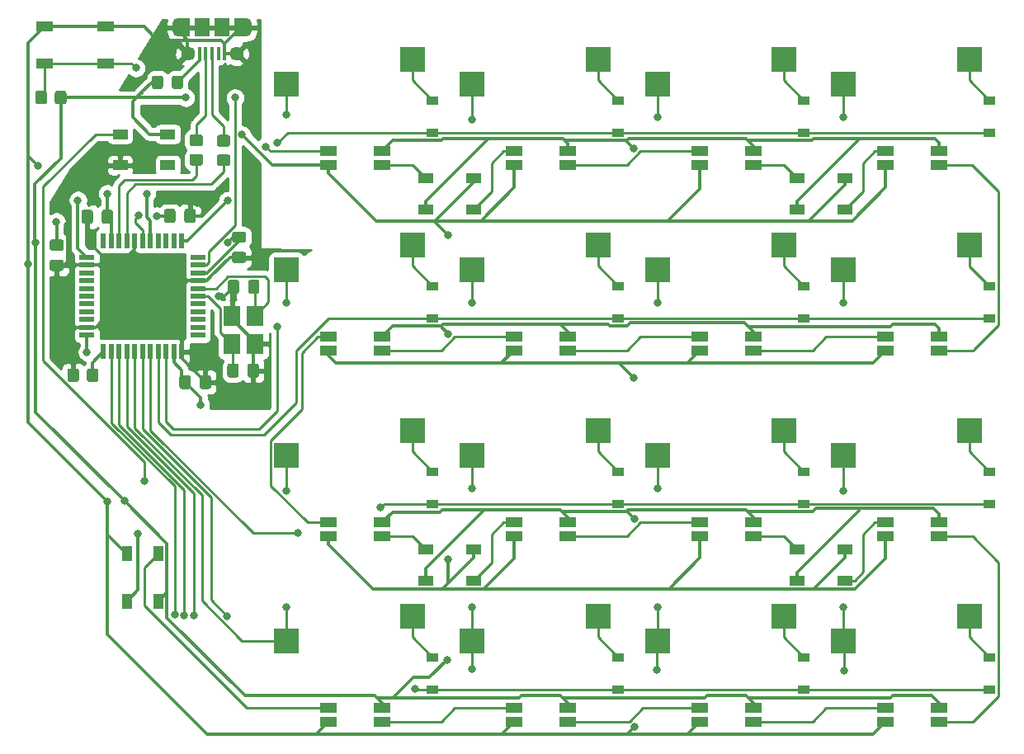
<source format=gbr>
%TF.GenerationSoftware,KiCad,Pcbnew,(5.1.10)-1*%
%TF.CreationDate,2021-09-24T11:07:47+01:00*%
%TF.ProjectId,streamdeck2,73747265-616d-4646-9563-6b322e6b6963,rev?*%
%TF.SameCoordinates,Original*%
%TF.FileFunction,Copper,L2,Bot*%
%TF.FilePolarity,Positive*%
%FSLAX46Y46*%
G04 Gerber Fmt 4.6, Leading zero omitted, Abs format (unit mm)*
G04 Created by KiCad (PCBNEW (5.1.10)-1) date 2021-09-24 11:07:47*
%MOMM*%
%LPD*%
G01*
G04 APERTURE LIST*
%TA.AperFunction,SMDPad,CuDef*%
%ADD10R,1.700000X1.000000*%
%TD*%
%TA.AperFunction,SMDPad,CuDef*%
%ADD11R,1.800000X2.100000*%
%TD*%
%TA.AperFunction,SMDPad,CuDef*%
%ADD12R,1.200000X1.900000*%
%TD*%
%TA.AperFunction,ComponentPad*%
%ADD13O,1.200000X1.900000*%
%TD*%
%TA.AperFunction,SMDPad,CuDef*%
%ADD14R,1.500000X1.900000*%
%TD*%
%TA.AperFunction,ComponentPad*%
%ADD15C,1.450000*%
%TD*%
%TA.AperFunction,SMDPad,CuDef*%
%ADD16R,0.400000X1.350000*%
%TD*%
%TA.AperFunction,SMDPad,CuDef*%
%ADD17R,1.500000X0.550000*%
%TD*%
%TA.AperFunction,SMDPad,CuDef*%
%ADD18R,0.550000X1.500000*%
%TD*%
%TA.AperFunction,SMDPad,CuDef*%
%ADD19R,1.500000X1.000000*%
%TD*%
%TA.AperFunction,SMDPad,CuDef*%
%ADD20R,1.000000X1.500000*%
%TD*%
%TA.AperFunction,SMDPad,CuDef*%
%ADD21R,2.550000X2.500000*%
%TD*%
%TA.AperFunction,SMDPad,CuDef*%
%ADD22R,1.200000X0.900000*%
%TD*%
%TA.AperFunction,ViaPad*%
%ADD23C,0.800000*%
%TD*%
%TA.AperFunction,Conductor*%
%ADD24C,0.250000*%
%TD*%
%TA.AperFunction,Conductor*%
%ADD25C,0.350000*%
%TD*%
%TA.AperFunction,Conductor*%
%ADD26C,0.200000*%
%TD*%
%TA.AperFunction,Conductor*%
%ADD27C,0.254000*%
%TD*%
%TA.AperFunction,Conductor*%
%ADD28C,0.100000*%
%TD*%
G04 APERTURE END LIST*
%TO.P,R4,2*%
%TO.N,D-*%
%TA.AperFunction,SMDPad,CuDef*%
G36*
G01*
X103980401Y-58616900D02*
X103080399Y-58616900D01*
G75*
G02*
X102830400Y-58366901I0J249999D01*
G01*
X102830400Y-57666899D01*
G75*
G02*
X103080399Y-57416900I249999J0D01*
G01*
X103980401Y-57416900D01*
G75*
G02*
X104230400Y-57666899I0J-249999D01*
G01*
X104230400Y-58366901D01*
G75*
G02*
X103980401Y-58616900I-249999J0D01*
G01*
G37*
%TD.AperFunction*%
%TO.P,R4,1*%
%TO.N,Net-(R4-Pad1)*%
%TA.AperFunction,SMDPad,CuDef*%
G36*
G01*
X103980401Y-60616900D02*
X103080399Y-60616900D01*
G75*
G02*
X102830400Y-60366901I0J249999D01*
G01*
X102830400Y-59666899D01*
G75*
G02*
X103080399Y-59416900I249999J0D01*
G01*
X103980401Y-59416900D01*
G75*
G02*
X104230400Y-59666899I0J-249999D01*
G01*
X104230400Y-60366901D01*
G75*
G02*
X103980401Y-60616900I-249999J0D01*
G01*
G37*
%TD.AperFunction*%
%TD*%
%TO.P,R3,2*%
%TO.N,Net-(R3-Pad2)*%
%TA.AperFunction,SMDPad,CuDef*%
G36*
G01*
X105887099Y-59455000D02*
X106787101Y-59455000D01*
G75*
G02*
X107037100Y-59704999I0J-249999D01*
G01*
X107037100Y-60405001D01*
G75*
G02*
X106787101Y-60655000I-249999J0D01*
G01*
X105887099Y-60655000D01*
G75*
G02*
X105637100Y-60405001I0J249999D01*
G01*
X105637100Y-59704999D01*
G75*
G02*
X105887099Y-59455000I249999J0D01*
G01*
G37*
%TD.AperFunction*%
%TO.P,R3,1*%
%TO.N,D+*%
%TA.AperFunction,SMDPad,CuDef*%
G36*
G01*
X105887099Y-57455000D02*
X106787101Y-57455000D01*
G75*
G02*
X107037100Y-57704999I0J-249999D01*
G01*
X107037100Y-58405001D01*
G75*
G02*
X106787101Y-58655000I-249999J0D01*
G01*
X105887099Y-58655000D01*
G75*
G02*
X105637100Y-58405001I0J249999D01*
G01*
X105637100Y-57704999D01*
G75*
G02*
X105887099Y-57455000I249999J0D01*
G01*
G37*
%TD.AperFunction*%
%TD*%
D10*
%TO.P,SW1,2*%
%TO.N,GND*%
X94247100Y-46347300D03*
X87947100Y-46347300D03*
%TO.P,SW1,1*%
%TO.N,RST*%
X94247100Y-50147300D03*
X87947100Y-50147300D03*
%TD*%
%TO.P,C4,2*%
%TO.N,GND*%
%TA.AperFunction,SMDPad,CuDef*%
G36*
G01*
X88729800Y-70261900D02*
X89679800Y-70261900D01*
G75*
G02*
X89929800Y-70511900I0J-250000D01*
G01*
X89929800Y-71186900D01*
G75*
G02*
X89679800Y-71436900I-250000J0D01*
G01*
X88729800Y-71436900D01*
G75*
G02*
X88479800Y-71186900I0J250000D01*
G01*
X88479800Y-70511900D01*
G75*
G02*
X88729800Y-70261900I250000J0D01*
G01*
G37*
%TD.AperFunction*%
%TO.P,C4,1*%
%TO.N,+5V*%
%TA.AperFunction,SMDPad,CuDef*%
G36*
G01*
X88729800Y-68186900D02*
X89679800Y-68186900D01*
G75*
G02*
X89929800Y-68436900I0J-250000D01*
G01*
X89929800Y-69111900D01*
G75*
G02*
X89679800Y-69361900I-250000J0D01*
G01*
X88729800Y-69361900D01*
G75*
G02*
X88479800Y-69111900I0J250000D01*
G01*
X88479800Y-68436900D01*
G75*
G02*
X88729800Y-68186900I250000J0D01*
G01*
G37*
%TD.AperFunction*%
%TD*%
%TO.P,C3,2*%
%TO.N,GND*%
%TA.AperFunction,SMDPad,CuDef*%
G36*
G01*
X92933100Y-65387200D02*
X92933100Y-66337200D01*
G75*
G02*
X92683100Y-66587200I-250000J0D01*
G01*
X92008100Y-66587200D01*
G75*
G02*
X91758100Y-66337200I0J250000D01*
G01*
X91758100Y-65387200D01*
G75*
G02*
X92008100Y-65137200I250000J0D01*
G01*
X92683100Y-65137200D01*
G75*
G02*
X92933100Y-65387200I0J-250000D01*
G01*
G37*
%TD.AperFunction*%
%TO.P,C3,1*%
%TO.N,+5V*%
%TA.AperFunction,SMDPad,CuDef*%
G36*
G01*
X95008100Y-65387200D02*
X95008100Y-66337200D01*
G75*
G02*
X94758100Y-66587200I-250000J0D01*
G01*
X94083100Y-66587200D01*
G75*
G02*
X93833100Y-66337200I0J250000D01*
G01*
X93833100Y-65387200D01*
G75*
G02*
X94083100Y-65137200I250000J0D01*
G01*
X94758100Y-65137200D01*
G75*
G02*
X95008100Y-65387200I0J-250000D01*
G01*
G37*
%TD.AperFunction*%
%TD*%
%TO.P,C2,2*%
%TO.N,GND*%
%TA.AperFunction,SMDPad,CuDef*%
G36*
G01*
X107449600Y-69445200D02*
X108399600Y-69445200D01*
G75*
G02*
X108649600Y-69695200I0J-250000D01*
G01*
X108649600Y-70370200D01*
G75*
G02*
X108399600Y-70620200I-250000J0D01*
G01*
X107449600Y-70620200D01*
G75*
G02*
X107199600Y-70370200I0J250000D01*
G01*
X107199600Y-69695200D01*
G75*
G02*
X107449600Y-69445200I250000J0D01*
G01*
G37*
%TD.AperFunction*%
%TO.P,C2,1*%
%TO.N,+5V*%
%TA.AperFunction,SMDPad,CuDef*%
G36*
G01*
X107449600Y-67370200D02*
X108399600Y-67370200D01*
G75*
G02*
X108649600Y-67620200I0J-250000D01*
G01*
X108649600Y-68295200D01*
G75*
G02*
X108399600Y-68545200I-250000J0D01*
G01*
X107449600Y-68545200D01*
G75*
G02*
X107199600Y-68295200I0J250000D01*
G01*
X107199600Y-67620200D01*
G75*
G02*
X107449600Y-67370200I250000J0D01*
G01*
G37*
%TD.AperFunction*%
%TD*%
%TO.P,C1,2*%
%TO.N,GND*%
%TA.AperFunction,SMDPad,CuDef*%
G36*
G01*
X103878800Y-83304400D02*
X103878800Y-82354400D01*
G75*
G02*
X104128800Y-82104400I250000J0D01*
G01*
X104803800Y-82104400D01*
G75*
G02*
X105053800Y-82354400I0J-250000D01*
G01*
X105053800Y-83304400D01*
G75*
G02*
X104803800Y-83554400I-250000J0D01*
G01*
X104128800Y-83554400D01*
G75*
G02*
X103878800Y-83304400I0J250000D01*
G01*
G37*
%TD.AperFunction*%
%TO.P,C1,1*%
%TO.N,+5V*%
%TA.AperFunction,SMDPad,CuDef*%
G36*
G01*
X101803800Y-83304400D02*
X101803800Y-82354400D01*
G75*
G02*
X102053800Y-82104400I250000J0D01*
G01*
X102728800Y-82104400D01*
G75*
G02*
X102978800Y-82354400I0J-250000D01*
G01*
X102978800Y-83304400D01*
G75*
G02*
X102728800Y-83554400I-250000J0D01*
G01*
X102053800Y-83554400D01*
G75*
G02*
X101803800Y-83304400I0J250000D01*
G01*
G37*
%TD.AperFunction*%
%TD*%
%TO.P,R2,2*%
%TO.N,GND*%
%TA.AperFunction,SMDPad,CuDef*%
G36*
G01*
X91497200Y-81680899D02*
X91497200Y-82580901D01*
G75*
G02*
X91247201Y-82830900I-249999J0D01*
G01*
X90547199Y-82830900D01*
G75*
G02*
X90297200Y-82580901I0J249999D01*
G01*
X90297200Y-81680899D01*
G75*
G02*
X90547199Y-81430900I249999J0D01*
G01*
X91247201Y-81430900D01*
G75*
G02*
X91497200Y-81680899I0J-249999D01*
G01*
G37*
%TD.AperFunction*%
%TO.P,R2,1*%
%TO.N,Net-(R2-Pad1)*%
%TA.AperFunction,SMDPad,CuDef*%
G36*
G01*
X93497200Y-81680899D02*
X93497200Y-82580901D01*
G75*
G02*
X93247201Y-82830900I-249999J0D01*
G01*
X92547199Y-82830900D01*
G75*
G02*
X92297200Y-82580901I0J249999D01*
G01*
X92297200Y-81680899D01*
G75*
G02*
X92547199Y-81430900I249999J0D01*
G01*
X93247201Y-81430900D01*
G75*
G02*
X93497200Y-81680899I0J-249999D01*
G01*
G37*
%TD.AperFunction*%
%TD*%
D11*
%TO.P,Y1,4*%
%TO.N,GND*%
X107219100Y-76020000D03*
%TO.P,Y1,3*%
%TO.N,Net-(C5-Pad1)*%
X107219100Y-78920000D03*
%TO.P,Y1,2*%
%TO.N,GND*%
X109519100Y-78920000D03*
%TO.P,Y1,1*%
%TO.N,Net-(C6-Pad1)*%
X109519100Y-76020000D03*
%TD*%
%TO.P,R1,2*%
%TO.N,RST*%
%TA.AperFunction,SMDPad,CuDef*%
G36*
G01*
X88217300Y-53169399D02*
X88217300Y-54069401D01*
G75*
G02*
X87967301Y-54319400I-249999J0D01*
G01*
X87267299Y-54319400D01*
G75*
G02*
X87017300Y-54069401I0J249999D01*
G01*
X87017300Y-53169399D01*
G75*
G02*
X87267299Y-52919400I249999J0D01*
G01*
X87967301Y-52919400D01*
G75*
G02*
X88217300Y-53169399I0J-249999D01*
G01*
G37*
%TD.AperFunction*%
%TO.P,R1,1*%
%TO.N,+5V*%
%TA.AperFunction,SMDPad,CuDef*%
G36*
G01*
X90217300Y-53169399D02*
X90217300Y-54069401D01*
G75*
G02*
X89967301Y-54319400I-249999J0D01*
G01*
X89267299Y-54319400D01*
G75*
G02*
X89017300Y-54069401I0J249999D01*
G01*
X89017300Y-53169399D01*
G75*
G02*
X89267299Y-52919400I249999J0D01*
G01*
X89967301Y-52919400D01*
G75*
G02*
X90217300Y-53169399I0J-249999D01*
G01*
G37*
%TD.AperFunction*%
%TD*%
%TO.P,F1,2*%
%TO.N,+5V*%
%TA.AperFunction,SMDPad,CuDef*%
G36*
G01*
X100125000Y-51619999D02*
X100125000Y-52520001D01*
G75*
G02*
X99875001Y-52770000I-249999J0D01*
G01*
X99224999Y-52770000D01*
G75*
G02*
X98975000Y-52520001I0J249999D01*
G01*
X98975000Y-51619999D01*
G75*
G02*
X99224999Y-51370000I249999J0D01*
G01*
X99875001Y-51370000D01*
G75*
G02*
X100125000Y-51619999I0J-249999D01*
G01*
G37*
%TD.AperFunction*%
%TO.P,F1,1*%
%TO.N,Net-(F1-Pad1)*%
%TA.AperFunction,SMDPad,CuDef*%
G36*
G01*
X102175000Y-51619999D02*
X102175000Y-52520001D01*
G75*
G02*
X101925001Y-52770000I-249999J0D01*
G01*
X101274999Y-52770000D01*
G75*
G02*
X101025000Y-52520001I0J249999D01*
G01*
X101025000Y-51619999D01*
G75*
G02*
X101274999Y-51370000I249999J0D01*
G01*
X101925001Y-51370000D01*
G75*
G02*
X102175000Y-51619999I0J-249999D01*
G01*
G37*
%TD.AperFunction*%
%TD*%
%TO.P,C7,2*%
%TO.N,GND*%
%TA.AperFunction,SMDPad,CuDef*%
G36*
G01*
X102304000Y-66248300D02*
X102304000Y-65298300D01*
G75*
G02*
X102554000Y-65048300I250000J0D01*
G01*
X103229000Y-65048300D01*
G75*
G02*
X103479000Y-65298300I0J-250000D01*
G01*
X103479000Y-66248300D01*
G75*
G02*
X103229000Y-66498300I-250000J0D01*
G01*
X102554000Y-66498300D01*
G75*
G02*
X102304000Y-66248300I0J250000D01*
G01*
G37*
%TD.AperFunction*%
%TO.P,C7,1*%
%TO.N,Net-(C7-Pad1)*%
%TA.AperFunction,SMDPad,CuDef*%
G36*
G01*
X100229000Y-66248300D02*
X100229000Y-65298300D01*
G75*
G02*
X100479000Y-65048300I250000J0D01*
G01*
X101154000Y-65048300D01*
G75*
G02*
X101404000Y-65298300I0J-250000D01*
G01*
X101404000Y-66248300D01*
G75*
G02*
X101154000Y-66498300I-250000J0D01*
G01*
X100479000Y-66498300D01*
G75*
G02*
X100229000Y-66248300I0J250000D01*
G01*
G37*
%TD.AperFunction*%
%TD*%
%TO.P,C6,2*%
%TO.N,GND*%
%TA.AperFunction,SMDPad,CuDef*%
G36*
G01*
X107944500Y-72575400D02*
X107944500Y-73525400D01*
G75*
G02*
X107694500Y-73775400I-250000J0D01*
G01*
X107019500Y-73775400D01*
G75*
G02*
X106769500Y-73525400I0J250000D01*
G01*
X106769500Y-72575400D01*
G75*
G02*
X107019500Y-72325400I250000J0D01*
G01*
X107694500Y-72325400D01*
G75*
G02*
X107944500Y-72575400I0J-250000D01*
G01*
G37*
%TD.AperFunction*%
%TO.P,C6,1*%
%TO.N,Net-(C6-Pad1)*%
%TA.AperFunction,SMDPad,CuDef*%
G36*
G01*
X110019500Y-72575400D02*
X110019500Y-73525400D01*
G75*
G02*
X109769500Y-73775400I-250000J0D01*
G01*
X109094500Y-73775400D01*
G75*
G02*
X108844500Y-73525400I0J250000D01*
G01*
X108844500Y-72575400D01*
G75*
G02*
X109094500Y-72325400I250000J0D01*
G01*
X109769500Y-72325400D01*
G75*
G02*
X110019500Y-72575400I0J-250000D01*
G01*
G37*
%TD.AperFunction*%
%TD*%
%TO.P,C5,2*%
%TO.N,GND*%
%TA.AperFunction,SMDPad,CuDef*%
G36*
G01*
X108793700Y-82123300D02*
X108793700Y-81173300D01*
G75*
G02*
X109043700Y-80923300I250000J0D01*
G01*
X109718700Y-80923300D01*
G75*
G02*
X109968700Y-81173300I0J-250000D01*
G01*
X109968700Y-82123300D01*
G75*
G02*
X109718700Y-82373300I-250000J0D01*
G01*
X109043700Y-82373300D01*
G75*
G02*
X108793700Y-82123300I0J250000D01*
G01*
G37*
%TD.AperFunction*%
%TO.P,C5,1*%
%TO.N,Net-(C5-Pad1)*%
%TA.AperFunction,SMDPad,CuDef*%
G36*
G01*
X106718700Y-82123300D02*
X106718700Y-81173300D01*
G75*
G02*
X106968700Y-80923300I250000J0D01*
G01*
X107643700Y-80923300D01*
G75*
G02*
X107893700Y-81173300I0J-250000D01*
G01*
X107893700Y-82123300D01*
G75*
G02*
X107643700Y-82373300I-250000J0D01*
G01*
X106968700Y-82373300D01*
G75*
G02*
X106718700Y-82123300I0J250000D01*
G01*
G37*
%TD.AperFunction*%
%TD*%
D12*
%TO.P,J1,6*%
%TO.N,GND*%
X102256000Y-46412900D03*
X108056000Y-46412900D03*
D13*
X108656000Y-46412900D03*
X101656000Y-46412900D03*
D14*
X104156000Y-46412900D03*
D15*
X107656000Y-49112900D03*
D16*
%TO.P,J1,3*%
%TO.N,D+*%
X105156000Y-49112900D03*
%TO.P,J1,4*%
%TO.N,Net-(J1-Pad4)*%
X105806000Y-49112900D03*
%TO.P,J1,5*%
%TO.N,GND*%
X106456000Y-49112900D03*
%TO.P,J1,1*%
%TO.N,Net-(F1-Pad1)*%
X103856000Y-49112900D03*
%TO.P,J1,2*%
%TO.N,D-*%
X104506000Y-49112900D03*
D15*
%TO.P,J1,6*%
%TO.N,GND*%
X102656000Y-49112900D03*
D14*
X106156000Y-46412900D03*
%TD*%
D17*
%TO.P,U1,44*%
%TO.N,+5V*%
X92318600Y-70015600D03*
%TO.P,U1,43*%
%TO.N,GND*%
X92318600Y-70815600D03*
%TO.P,U1,42*%
%TO.N,Net-(U1-Pad42)*%
X92318600Y-71615600D03*
%TO.P,U1,41*%
%TO.N,Net-(U1-Pad41)*%
X92318600Y-72415600D03*
%TO.P,U1,40*%
%TO.N,Net-(U1-Pad40)*%
X92318600Y-73215600D03*
%TO.P,U1,39*%
%TO.N,Net-(U1-Pad39)*%
X92318600Y-74015600D03*
%TO.P,U1,38*%
%TO.N,Net-(U1-Pad38)*%
X92318600Y-74815600D03*
%TO.P,U1,37*%
%TO.N,Net-(U1-Pad37)*%
X92318600Y-75615600D03*
%TO.P,U1,36*%
%TO.N,Net-(U1-Pad36)*%
X92318600Y-76415600D03*
%TO.P,U1,35*%
%TO.N,GND*%
X92318600Y-77215600D03*
%TO.P,U1,34*%
%TO.N,+5V*%
X92318600Y-78015600D03*
D18*
%TO.P,U1,33*%
%TO.N,Net-(R2-Pad1)*%
X94018600Y-79715600D03*
%TO.P,U1,32*%
%TO.N,COL3*%
X94818600Y-79715600D03*
%TO.P,U1,31*%
%TO.N,COL2*%
X95618600Y-79715600D03*
%TO.P,U1,30*%
%TO.N,COL1*%
X96418600Y-79715600D03*
%TO.P,U1,29*%
%TO.N,COL0*%
X97218600Y-79715600D03*
%TO.P,U1,28*%
%TO.N,ROW3*%
X98018600Y-79715600D03*
%TO.P,U1,27*%
%TO.N,ROW2*%
X98818600Y-79715600D03*
%TO.P,U1,26*%
%TO.N,ROW1*%
X99618600Y-79715600D03*
%TO.P,U1,25*%
%TO.N,ROW0*%
X100418600Y-79715600D03*
%TO.P,U1,24*%
%TO.N,+5V*%
X101218600Y-79715600D03*
%TO.P,U1,23*%
%TO.N,GND*%
X102018600Y-79715600D03*
D17*
%TO.P,U1,22*%
%TO.N,Net-(U1-Pad22)*%
X103718600Y-78015600D03*
%TO.P,U1,21*%
%TO.N,Net-(U1-Pad21)*%
X103718600Y-77215600D03*
%TO.P,U1,20*%
%TO.N,Net-(U1-Pad20)*%
X103718600Y-76415600D03*
%TO.P,U1,19*%
%TO.N,Net-(U1-Pad19)*%
X103718600Y-75615600D03*
%TO.P,U1,18*%
%TO.N,Net-(U1-Pad18)*%
X103718600Y-74815600D03*
%TO.P,U1,17*%
%TO.N,Net-(C5-Pad1)*%
X103718600Y-74015600D03*
%TO.P,U1,16*%
%TO.N,Net-(C6-Pad1)*%
X103718600Y-73215600D03*
%TO.P,U1,15*%
%TO.N,GND*%
X103718600Y-72415600D03*
%TO.P,U1,14*%
%TO.N,+5V*%
X103718600Y-71615600D03*
%TO.P,U1,13*%
%TO.N,RST*%
X103718600Y-70815600D03*
%TO.P,U1,12*%
%TO.N,Net-(U1-Pad12)*%
X103718600Y-70015600D03*
D18*
%TO.P,U1,11*%
%TO.N,RGBLED*%
X102018600Y-68315600D03*
%TO.P,U1,10*%
%TO.N,Net-(U1-Pad10)*%
X101218600Y-68315600D03*
%TO.P,U1,9*%
%TO.N,Net-(U1-Pad9)*%
X100418600Y-68315600D03*
%TO.P,U1,8*%
%TO.N,Net-(U1-Pad8)*%
X99618600Y-68315600D03*
%TO.P,U1,7*%
%TO.N,+5V*%
X98818600Y-68315600D03*
%TO.P,U1,6*%
%TO.N,Net-(C7-Pad1)*%
X98018600Y-68315600D03*
%TO.P,U1,5*%
%TO.N,GND*%
X97218600Y-68315600D03*
%TO.P,U1,4*%
%TO.N,Net-(R3-Pad2)*%
X96418600Y-68315600D03*
%TO.P,U1,3*%
%TO.N,Net-(R4-Pad1)*%
X95618600Y-68315600D03*
%TO.P,U1,2*%
%TO.N,+5V*%
X94818600Y-68315600D03*
%TO.P,U1,1*%
%TO.N,Net-(U1-Pad1)*%
X94018600Y-68315600D03*
%TD*%
D10*
%TO.P,D37,2*%
%TO.N,GND*%
X117106250Y-117698750D03*
%TO.P,D37,1*%
%TO.N,Net-(D37-Pad1)*%
X117106250Y-116298750D03*
%TO.P,D37,3*%
%TO.N,Net-(D36-Pad1)*%
X122606250Y-117698750D03*
%TO.P,D37,4*%
%TO.N,+5V*%
X122606250Y-116298750D03*
%TD*%
%TO.P,D36,2*%
%TO.N,GND*%
X136156250Y-117698750D03*
%TO.P,D36,1*%
%TO.N,Net-(D36-Pad1)*%
X136156250Y-116298750D03*
%TO.P,D36,3*%
%TO.N,Net-(D35-Pad1)*%
X141656250Y-117698750D03*
%TO.P,D36,4*%
%TO.N,+5V*%
X141656250Y-116298750D03*
%TD*%
%TO.P,D35,2*%
%TO.N,GND*%
X155206250Y-117698750D03*
%TO.P,D35,1*%
%TO.N,Net-(D35-Pad1)*%
X155206250Y-116298750D03*
%TO.P,D35,3*%
%TO.N,Net-(D34-Pad1)*%
X160706250Y-117698750D03*
%TO.P,D35,4*%
%TO.N,+5V*%
X160706250Y-116298750D03*
%TD*%
%TO.P,D34,2*%
%TO.N,GND*%
X174256250Y-117698750D03*
%TO.P,D34,1*%
%TO.N,Net-(D34-Pad1)*%
X174256250Y-116298750D03*
%TO.P,D34,3*%
%TO.N,Net-(D33-Pad1)*%
X179756250Y-117698750D03*
%TO.P,D34,4*%
%TO.N,+5V*%
X179756250Y-116298750D03*
%TD*%
%TO.P,D33,2*%
%TO.N,GND*%
X179756250Y-97248750D03*
%TO.P,D33,1*%
%TO.N,Net-(D33-Pad1)*%
X179756250Y-98648750D03*
%TO.P,D33,3*%
%TO.N,Net-(D32-Pad2)*%
X174256250Y-97248750D03*
%TO.P,D33,4*%
%TO.N,+5V*%
X174256250Y-98648750D03*
%TD*%
%TO.P,D31,2*%
%TO.N,GND*%
X160706250Y-97248750D03*
%TO.P,D31,1*%
%TO.N,Net-(D31-Pad1)*%
X160706250Y-98648750D03*
%TO.P,D31,3*%
%TO.N,Net-(D30-Pad1)*%
X155206250Y-97248750D03*
%TO.P,D31,4*%
%TO.N,+5V*%
X155206250Y-98648750D03*
%TD*%
%TO.P,D30,2*%
%TO.N,GND*%
X141656250Y-97248750D03*
%TO.P,D30,1*%
%TO.N,Net-(D30-Pad1)*%
X141656250Y-98648750D03*
%TO.P,D30,3*%
%TO.N,Net-(D29-Pad2)*%
X136156250Y-97248750D03*
%TO.P,D30,4*%
%TO.N,+5V*%
X136156250Y-98648750D03*
%TD*%
%TO.P,D28,2*%
%TO.N,GND*%
X122606250Y-97248750D03*
%TO.P,D28,1*%
%TO.N,Net-(D28-Pad1)*%
X122606250Y-98648750D03*
%TO.P,D28,3*%
%TO.N,Net-(D27-Pad1)*%
X117106250Y-97248750D03*
%TO.P,D28,4*%
%TO.N,+5V*%
X117106250Y-98648750D03*
%TD*%
%TO.P,D27,2*%
%TO.N,GND*%
X117106250Y-79598750D03*
%TO.P,D27,1*%
%TO.N,Net-(D27-Pad1)*%
X117106250Y-78198750D03*
%TO.P,D27,3*%
%TO.N,Net-(D26-Pad1)*%
X122606250Y-79598750D03*
%TO.P,D27,4*%
%TO.N,+5V*%
X122606250Y-78198750D03*
%TD*%
%TO.P,D26,2*%
%TO.N,GND*%
X136156250Y-79598750D03*
%TO.P,D26,1*%
%TO.N,Net-(D26-Pad1)*%
X136156250Y-78198750D03*
%TO.P,D26,3*%
%TO.N,Net-(D25-Pad1)*%
X141656250Y-79598750D03*
%TO.P,D26,4*%
%TO.N,+5V*%
X141656250Y-78198750D03*
%TD*%
%TO.P,D25,2*%
%TO.N,GND*%
X155206250Y-79598750D03*
%TO.P,D25,1*%
%TO.N,Net-(D25-Pad1)*%
X155206250Y-78198750D03*
%TO.P,D25,3*%
%TO.N,Net-(D24-Pad1)*%
X160706250Y-79598750D03*
%TO.P,D25,4*%
%TO.N,+5V*%
X160706250Y-78198750D03*
%TD*%
%TO.P,D24,2*%
%TO.N,GND*%
X174256250Y-79598750D03*
%TO.P,D24,1*%
%TO.N,Net-(D24-Pad1)*%
X174256250Y-78198750D03*
%TO.P,D24,3*%
%TO.N,Net-(D23-Pad1)*%
X179756250Y-79598750D03*
%TO.P,D24,4*%
%TO.N,+5V*%
X179756250Y-78198750D03*
%TD*%
%TO.P,D23,2*%
%TO.N,GND*%
X179756250Y-59148750D03*
%TO.P,D23,1*%
%TO.N,Net-(D23-Pad1)*%
X179756250Y-60548750D03*
%TO.P,D23,3*%
%TO.N,Net-(D22-Pad2)*%
X174256250Y-59148750D03*
%TO.P,D23,4*%
%TO.N,+5V*%
X174256250Y-60548750D03*
%TD*%
%TO.P,D21,2*%
%TO.N,GND*%
X160706250Y-59148750D03*
%TO.P,D21,1*%
%TO.N,Net-(D21-Pad1)*%
X160706250Y-60548750D03*
%TO.P,D21,3*%
%TO.N,Net-(D20-Pad1)*%
X155206250Y-59148750D03*
%TO.P,D21,4*%
%TO.N,+5V*%
X155206250Y-60548750D03*
%TD*%
%TO.P,D20,2*%
%TO.N,GND*%
X141656250Y-59148750D03*
%TO.P,D20,1*%
%TO.N,Net-(D20-Pad1)*%
X141656250Y-60548750D03*
%TO.P,D20,3*%
%TO.N,Net-(D19-Pad2)*%
X136156250Y-59148750D03*
%TO.P,D20,4*%
%TO.N,+5V*%
X136156250Y-60548750D03*
%TD*%
%TO.P,D18,2*%
%TO.N,GND*%
X122606250Y-59148750D03*
%TO.P,D18,1*%
%TO.N,Net-(D18-Pad1)*%
X122606250Y-60548750D03*
%TO.P,D18,3*%
%TO.N,RGBLED*%
X117106250Y-59148750D03*
%TO.P,D18,4*%
%TO.N,+5V*%
X117106250Y-60548750D03*
%TD*%
D19*
%TO.P,D17,1*%
%TO.N,+5V*%
X100621000Y-57378800D03*
%TO.P,D17,2*%
%TO.N,Net-(D17-Pad2)*%
X100621000Y-60578800D03*
%TO.P,D17,4*%
%TO.N,Net-(D17-Pad4)*%
X95721000Y-57378800D03*
%TO.P,D17,3*%
%TO.N,GND*%
X95721000Y-60578800D03*
%TD*%
D20*
%TO.P,D38,1*%
%TO.N,+5V*%
X99644000Y-105320000D03*
%TO.P,D38,2*%
%TO.N,Net-(D38-Pad2)*%
X96444000Y-105320000D03*
%TO.P,D38,4*%
%TO.N,Net-(D37-Pad1)*%
X99644000Y-100420000D03*
%TO.P,D38,3*%
%TO.N,GND*%
X96444000Y-100420000D03*
%TD*%
D19*
%TO.P,D29,1*%
%TO.N,+5V*%
X131990000Y-100000000D03*
%TO.P,D29,2*%
%TO.N,Net-(D29-Pad2)*%
X131990000Y-103200000D03*
%TO.P,D29,4*%
%TO.N,Net-(D28-Pad1)*%
X127090000Y-100000000D03*
%TO.P,D29,3*%
%TO.N,GND*%
X127090000Y-103200000D03*
%TD*%
%TO.P,D32,1*%
%TO.N,+5V*%
X170090000Y-100000000D03*
%TO.P,D32,2*%
%TO.N,Net-(D32-Pad2)*%
X170090000Y-103200000D03*
%TO.P,D32,4*%
%TO.N,Net-(D31-Pad1)*%
X165190000Y-100000000D03*
%TO.P,D32,3*%
%TO.N,GND*%
X165190000Y-103200000D03*
%TD*%
%TO.P,D22,1*%
%TO.N,+5V*%
X170090000Y-61900000D03*
%TO.P,D22,2*%
%TO.N,Net-(D22-Pad2)*%
X170090000Y-65100000D03*
%TO.P,D22,4*%
%TO.N,Net-(D21-Pad1)*%
X165190000Y-61900000D03*
%TO.P,D22,3*%
%TO.N,GND*%
X165190000Y-65100000D03*
%TD*%
%TO.P,D19,1*%
%TO.N,+5V*%
X131990000Y-61900000D03*
%TO.P,D19,2*%
%TO.N,Net-(D19-Pad2)*%
X131990000Y-65100000D03*
%TO.P,D19,4*%
%TO.N,Net-(D18-Pad1)*%
X127090000Y-61900000D03*
%TO.P,D19,3*%
%TO.N,GND*%
X127090000Y-65100000D03*
%TD*%
D21*
%TO.P,MX16,2*%
%TO.N,Net-(D16-Pad1)*%
X182848250Y-106838750D03*
%TO.P,MX16,1*%
%TO.N,COL3*%
X169921250Y-109378750D03*
%TD*%
%TO.P,MX15,2*%
%TO.N,Net-(D15-Pad1)*%
X163798250Y-106838750D03*
%TO.P,MX15,1*%
%TO.N,COL2*%
X150871250Y-109378750D03*
%TD*%
%TO.P,MX14,2*%
%TO.N,Net-(D14-Pad1)*%
X144748250Y-106838750D03*
%TO.P,MX14,1*%
%TO.N,COL1*%
X131821250Y-109378750D03*
%TD*%
%TO.P,MX13,2*%
%TO.N,Net-(D13-Pad1)*%
X125698250Y-106838750D03*
%TO.P,MX13,1*%
%TO.N,COL0*%
X112771250Y-109378750D03*
%TD*%
%TO.P,MX12,2*%
%TO.N,Net-(D12-Pad1)*%
X182848250Y-87788750D03*
%TO.P,MX12,1*%
%TO.N,COL3*%
X169921250Y-90328750D03*
%TD*%
%TO.P,MX11,2*%
%TO.N,Net-(D11-Pad1)*%
X163798250Y-87788750D03*
%TO.P,MX11,1*%
%TO.N,COL2*%
X150871250Y-90328750D03*
%TD*%
%TO.P,MX10,2*%
%TO.N,Net-(D10-Pad1)*%
X144748250Y-87788750D03*
%TO.P,MX10,1*%
%TO.N,COL1*%
X131821250Y-90328750D03*
%TD*%
%TO.P,MX9,2*%
%TO.N,Net-(D9-Pad1)*%
X125698250Y-87788750D03*
%TO.P,MX9,1*%
%TO.N,COL0*%
X112771250Y-90328750D03*
%TD*%
%TO.P,MX8,2*%
%TO.N,Net-(D8-Pad1)*%
X182848250Y-68738750D03*
%TO.P,MX8,1*%
%TO.N,COL3*%
X169921250Y-71278750D03*
%TD*%
%TO.P,MX7,2*%
%TO.N,Net-(D7-Pad1)*%
X163798250Y-68738750D03*
%TO.P,MX7,1*%
%TO.N,COL2*%
X150871250Y-71278750D03*
%TD*%
%TO.P,MX6,2*%
%TO.N,Net-(D6-Pad1)*%
X144748250Y-68738750D03*
%TO.P,MX6,1*%
%TO.N,COL1*%
X131821250Y-71278750D03*
%TD*%
%TO.P,MX5,2*%
%TO.N,Net-(D5-Pad1)*%
X125698250Y-68738750D03*
%TO.P,MX5,1*%
%TO.N,COL0*%
X112771250Y-71278750D03*
%TD*%
%TO.P,MX4,2*%
%TO.N,Net-(D4-Pad1)*%
X182848250Y-49688750D03*
%TO.P,MX4,1*%
%TO.N,COL3*%
X169921250Y-52228750D03*
%TD*%
%TO.P,MX3,2*%
%TO.N,Net-(D3-Pad1)*%
X163798250Y-49688750D03*
%TO.P,MX3,1*%
%TO.N,COL2*%
X150871250Y-52228750D03*
%TD*%
%TO.P,MX2,2*%
%TO.N,Net-(D2-Pad1)*%
X144748250Y-49688750D03*
%TO.P,MX2,1*%
%TO.N,COL1*%
X131821250Y-52228750D03*
%TD*%
%TO.P,MX1,2*%
%TO.N,Net-(D1-Pad1)*%
X125698250Y-49688750D03*
%TO.P,MX1,1*%
%TO.N,COL0*%
X112771250Y-52228750D03*
%TD*%
D22*
%TO.P,D16,2*%
%TO.N,ROW3*%
X184943750Y-114362500D03*
%TO.P,D16,1*%
%TO.N,Net-(D16-Pad1)*%
X184943750Y-111062500D03*
%TD*%
%TO.P,D15,2*%
%TO.N,ROW3*%
X165893750Y-114362500D03*
%TO.P,D15,1*%
%TO.N,Net-(D15-Pad1)*%
X165893750Y-111062500D03*
%TD*%
%TO.P,D14,2*%
%TO.N,ROW3*%
X146843750Y-114362500D03*
%TO.P,D14,1*%
%TO.N,Net-(D14-Pad1)*%
X146843750Y-111062500D03*
%TD*%
%TO.P,D13,2*%
%TO.N,ROW3*%
X127793750Y-114362500D03*
%TO.P,D13,1*%
%TO.N,Net-(D13-Pad1)*%
X127793750Y-111062500D03*
%TD*%
%TO.P,D12,2*%
%TO.N,ROW2*%
X184943750Y-95312500D03*
%TO.P,D12,1*%
%TO.N,Net-(D12-Pad1)*%
X184943750Y-92012500D03*
%TD*%
%TO.P,D11,2*%
%TO.N,ROW2*%
X165893750Y-95312500D03*
%TO.P,D11,1*%
%TO.N,Net-(D11-Pad1)*%
X165893750Y-92012500D03*
%TD*%
%TO.P,D10,2*%
%TO.N,ROW2*%
X146843750Y-95312500D03*
%TO.P,D10,1*%
%TO.N,Net-(D10-Pad1)*%
X146843750Y-92012500D03*
%TD*%
%TO.P,D9,2*%
%TO.N,ROW2*%
X127793750Y-95312500D03*
%TO.P,D9,1*%
%TO.N,Net-(D9-Pad1)*%
X127793750Y-92012500D03*
%TD*%
%TO.P,D8,2*%
%TO.N,ROW1*%
X184943750Y-76325000D03*
%TO.P,D8,1*%
%TO.N,Net-(D8-Pad1)*%
X184943750Y-73025000D03*
%TD*%
%TO.P,D7,2*%
%TO.N,ROW1*%
X165893750Y-76262500D03*
%TO.P,D7,1*%
%TO.N,Net-(D7-Pad1)*%
X165893750Y-72962500D03*
%TD*%
%TO.P,D6,2*%
%TO.N,ROW1*%
X146843750Y-76262500D03*
%TO.P,D6,1*%
%TO.N,Net-(D6-Pad1)*%
X146843750Y-72962500D03*
%TD*%
%TO.P,D5,2*%
%TO.N,ROW1*%
X127793750Y-76262500D03*
%TO.P,D5,1*%
%TO.N,Net-(D5-Pad1)*%
X127793750Y-72962500D03*
%TD*%
%TO.P,D4,2*%
%TO.N,ROW0*%
X184943750Y-57212500D03*
%TO.P,D4,1*%
%TO.N,Net-(D4-Pad1)*%
X184943750Y-53912500D03*
%TD*%
%TO.P,D3,2*%
%TO.N,ROW0*%
X165893750Y-57212500D03*
%TO.P,D3,1*%
%TO.N,Net-(D3-Pad1)*%
X165893750Y-53912500D03*
%TD*%
%TO.P,D2,2*%
%TO.N,ROW0*%
X146843750Y-57212500D03*
%TO.P,D2,1*%
%TO.N,Net-(D2-Pad1)*%
X146843750Y-53912500D03*
%TD*%
%TO.P,D1,2*%
%TO.N,ROW0*%
X127793750Y-57212500D03*
%TO.P,D1,1*%
%TO.N,Net-(D1-Pad1)*%
X127793750Y-53912500D03*
%TD*%
D23*
%TO.N,ROW0*%
X111848900Y-77177900D03*
X111848900Y-58305700D03*
%TO.N,ROW2*%
X113944400Y-98336100D03*
X122440700Y-95681800D03*
%TO.N,ROW3*%
X125984000Y-114312700D03*
X106703703Y-106834097D03*
%TO.N,COL0*%
X112776000Y-55372000D03*
X112776000Y-74676000D03*
X112776000Y-93980000D03*
X112776000Y-105918000D03*
%TO.N,COL1*%
X131826000Y-55880000D03*
X131826000Y-74676000D03*
X131826000Y-93726000D03*
X131826000Y-105918000D03*
X131851400Y-112280700D03*
X103327200Y-106743500D03*
%TO.N,COL2*%
X150876000Y-55626000D03*
X150876000Y-74676000D03*
X150876000Y-93726000D03*
X150876000Y-105918000D03*
X150787100Y-112382300D03*
X102316116Y-106744617D03*
%TO.N,COL3*%
X169926000Y-55626000D03*
X169926000Y-74676000D03*
X169926000Y-93980000D03*
X169926000Y-105918000D03*
X169989500Y-112471200D03*
X101316158Y-106735242D03*
%TO.N,RGBLED*%
X106756200Y-64198500D03*
X110642400Y-58648600D03*
%TO.N,GND*%
X87249000Y-60604400D03*
X93637100Y-60604400D03*
X94361000Y-95072200D03*
X148491549Y-118217679D03*
X148465380Y-96889315D03*
X148424900Y-82410300D03*
X148424900Y-58826400D03*
X86296500Y-70700900D03*
X103670100Y-64427100D03*
X105867200Y-74015600D03*
X90303350Y-66694050D03*
%TO.N,RST*%
X97345500Y-50596800D03*
X107513709Y-53649205D03*
%TO.N,+5V*%
X87071500Y-68483004D03*
X103974900Y-85178900D03*
X106767158Y-68514758D03*
X96161299Y-95049901D03*
X108242100Y-57442100D03*
X129362200Y-77876400D03*
X129374900Y-101041200D03*
X129374900Y-67716400D03*
X129247900Y-111333352D03*
X102463600Y-53632100D03*
X89188202Y-66366302D03*
X94411800Y-63474600D03*
X98450400Y-63474600D03*
X91391652Y-64162852D03*
X92316300Y-79756000D03*
%TO.N,Net-(D17-Pad4)*%
X98171000Y-92951300D03*
%TO.N,Net-(C7-Pad1)*%
X99441000Y-65760600D03*
X97612200Y-65709800D03*
%TO.N,Net-(D38-Pad2)*%
X97574100Y-98399600D03*
%TD*%
D24*
%TO.N,ROW0*%
X127793750Y-57212500D02*
X146843750Y-57212500D01*
X146843750Y-57212500D02*
X165893750Y-57212500D01*
X165893750Y-57212500D02*
X184943750Y-57212500D01*
X100418600Y-82695602D02*
X100431600Y-82708602D01*
X100418600Y-79715600D02*
X100418600Y-82695602D01*
X100431600Y-82708602D02*
X100431600Y-86106000D01*
X100431600Y-86906100D02*
X101180900Y-87655400D01*
X100431600Y-86106000D02*
X100431600Y-86906100D01*
X101180900Y-87655400D02*
X104999790Y-87655400D01*
X104999790Y-87655400D02*
X109956600Y-87655400D01*
X111848900Y-85763100D02*
X111848900Y-77177900D01*
X109956600Y-87655400D02*
X111848900Y-85763100D01*
X112942100Y-57212500D02*
X127793750Y-57212500D01*
X111848900Y-58305700D02*
X112942100Y-57212500D01*
%TO.N,Net-(D1-Pad1)*%
X125698250Y-51817000D02*
X127793750Y-53912500D01*
X125698250Y-49688750D02*
X125698250Y-51817000D01*
%TO.N,Net-(D2-Pad1)*%
X144748250Y-51817000D02*
X146843750Y-53912500D01*
X144748250Y-49688750D02*
X144748250Y-51817000D01*
%TO.N,Net-(D3-Pad1)*%
X163798250Y-51817000D02*
X165893750Y-53912500D01*
X163798250Y-49688750D02*
X163798250Y-51817000D01*
%TO.N,Net-(D4-Pad1)*%
X182848250Y-51817000D02*
X184943750Y-53912500D01*
X182848250Y-49688750D02*
X182848250Y-51817000D01*
%TO.N,ROW1*%
X127793750Y-76262500D02*
X146843750Y-76262500D01*
X146843750Y-76262500D02*
X165893750Y-76262500D01*
X184881250Y-76262500D02*
X184943750Y-76325000D01*
X165893750Y-76262500D02*
X184881250Y-76262500D01*
X117107498Y-76262500D02*
X127793750Y-76262500D01*
X113753900Y-79616098D02*
X117107498Y-76262500D01*
X113753900Y-84975700D02*
X113753900Y-79616098D01*
X100926900Y-88252300D02*
X110477300Y-88252300D01*
X110477300Y-88252300D02*
X113753900Y-84975700D01*
X99618600Y-86944000D02*
X100926900Y-88252300D01*
X99618600Y-79715600D02*
X99618600Y-86944000D01*
%TO.N,Net-(D5-Pad1)*%
X125698250Y-70867000D02*
X127793750Y-72962500D01*
X125698250Y-68738750D02*
X125698250Y-70867000D01*
%TO.N,Net-(D6-Pad1)*%
X144748250Y-70867000D02*
X146843750Y-72962500D01*
X144748250Y-68738750D02*
X144748250Y-70867000D01*
%TO.N,Net-(D7-Pad1)*%
X163798250Y-70867000D02*
X165893750Y-72962500D01*
X163798250Y-68738750D02*
X163798250Y-70867000D01*
%TO.N,Net-(D8-Pad1)*%
X182848250Y-70929500D02*
X184943750Y-73025000D01*
X182848250Y-68738750D02*
X182848250Y-70929500D01*
%TO.N,ROW2*%
X127793750Y-95312500D02*
X146843750Y-95312500D01*
X146843750Y-95312500D02*
X165893750Y-95312500D01*
X165893750Y-95312500D02*
X184943750Y-95312500D01*
X109361110Y-98336100D02*
X113944400Y-98336100D01*
X98818600Y-87793590D02*
X109361110Y-98336100D01*
X98818600Y-79715600D02*
X98818600Y-87793590D01*
X122810000Y-95312500D02*
X127793750Y-95312500D01*
X122440700Y-95681800D02*
X122810000Y-95312500D01*
%TO.N,Net-(D9-Pad1)*%
X125698250Y-89917000D02*
X127793750Y-92012500D01*
X125698250Y-87788750D02*
X125698250Y-89917000D01*
%TO.N,Net-(D10-Pad1)*%
X144748250Y-89917000D02*
X146843750Y-92012500D01*
X144748250Y-87788750D02*
X144748250Y-89917000D01*
%TO.N,Net-(D11-Pad1)*%
X163798250Y-89917000D02*
X165893750Y-92012500D01*
X163798250Y-87788750D02*
X163798250Y-89917000D01*
%TO.N,Net-(D12-Pad1)*%
X182848250Y-89917000D02*
X184943750Y-92012500D01*
X182848250Y-87788750D02*
X182848250Y-89917000D01*
%TO.N,ROW3*%
X127793750Y-114362500D02*
X146843750Y-114362500D01*
X146843750Y-114362500D02*
X165893750Y-114362500D01*
X165893750Y-114362500D02*
X184943750Y-114362500D01*
X126033800Y-114362500D02*
X125984000Y-114312700D01*
X127793750Y-114362500D02*
X126033800Y-114362500D01*
X106703703Y-106834097D02*
X105079800Y-105210194D01*
X98018600Y-87630000D02*
X98018600Y-79715600D01*
X105079800Y-94691200D02*
X98018600Y-87630000D01*
X105079800Y-105210194D02*
X105079800Y-94691200D01*
%TO.N,Net-(D13-Pad1)*%
X125698250Y-108967000D02*
X127793750Y-111062500D01*
X125698250Y-106838750D02*
X125698250Y-108967000D01*
%TO.N,Net-(D14-Pad1)*%
X144748250Y-108967000D02*
X146843750Y-111062500D01*
X144748250Y-106838750D02*
X144748250Y-108967000D01*
%TO.N,Net-(D15-Pad1)*%
X163798250Y-108967000D02*
X165893750Y-111062500D01*
X163798250Y-106838750D02*
X163798250Y-108967000D01*
%TO.N,Net-(D16-Pad1)*%
X182848250Y-108967000D02*
X184943750Y-111062500D01*
X182848250Y-106838750D02*
X182848250Y-108967000D01*
%TO.N,COL0*%
X112771250Y-55367250D02*
X112776000Y-55372000D01*
X112771250Y-52228750D02*
X112771250Y-55367250D01*
X112776000Y-71283500D02*
X112771250Y-71278750D01*
X112776000Y-74676000D02*
X112776000Y-71283500D01*
X112776000Y-90333500D02*
X112771250Y-90328750D01*
X112776000Y-93980000D02*
X112776000Y-90333500D01*
X112776000Y-109374000D02*
X112771250Y-109378750D01*
X112776000Y-105918000D02*
X112776000Y-109374000D01*
X97218600Y-87519850D02*
X104114600Y-94415850D01*
X97218600Y-79715600D02*
X97218600Y-87519850D01*
X104114600Y-94415850D02*
X104114600Y-105270300D01*
X108223050Y-109378750D02*
X112771250Y-109378750D01*
X104114600Y-105270300D02*
X108223050Y-109378750D01*
%TO.N,COL1*%
X131821250Y-55875250D02*
X131826000Y-55880000D01*
X131821250Y-52228750D02*
X131821250Y-55875250D01*
X131826000Y-71283500D02*
X131821250Y-71278750D01*
X131826000Y-74676000D02*
X131826000Y-71283500D01*
X131826000Y-90333500D02*
X131821250Y-90328750D01*
X131826000Y-93726000D02*
X131826000Y-90333500D01*
X131826000Y-109374000D02*
X131821250Y-109378750D01*
X131826000Y-105918000D02*
X131826000Y-109374000D01*
X131800600Y-109399400D02*
X131821250Y-109378750D01*
X131821250Y-112250550D02*
X131851400Y-112280700D01*
X131821250Y-109378750D02*
X131821250Y-112250550D01*
X103327200Y-94264860D02*
X103327200Y-106743500D01*
X96418600Y-87356260D02*
X103327200Y-94264860D01*
X96418600Y-79715600D02*
X96418600Y-87356260D01*
%TO.N,COL2*%
X150871250Y-55621250D02*
X150876000Y-55626000D01*
X150871250Y-52228750D02*
X150871250Y-55621250D01*
X150876000Y-71283500D02*
X150871250Y-71278750D01*
X150876000Y-74676000D02*
X150876000Y-71283500D01*
X150876000Y-90333500D02*
X150871250Y-90328750D01*
X150876000Y-93726000D02*
X150876000Y-90333500D01*
X150876000Y-109374000D02*
X150871250Y-109378750D01*
X150876000Y-105918000D02*
X150876000Y-109374000D01*
X95618600Y-80715600D02*
X95618300Y-80715900D01*
X95618600Y-79715600D02*
X95618600Y-80715600D01*
X150787100Y-109462900D02*
X150871250Y-109378750D01*
X150787100Y-112382300D02*
X150787100Y-109462900D01*
X102316116Y-93890186D02*
X102316116Y-106744617D01*
X95618600Y-87192670D02*
X102316116Y-93890186D01*
X95618600Y-79715600D02*
X95618600Y-87192670D01*
%TO.N,COL3*%
X169921250Y-55621250D02*
X169926000Y-55626000D01*
X169921250Y-52228750D02*
X169921250Y-55621250D01*
X169926000Y-71283500D02*
X169921250Y-71278750D01*
X169926000Y-74676000D02*
X169926000Y-71283500D01*
X169926000Y-90333500D02*
X169921250Y-90328750D01*
X169926000Y-93980000D02*
X169926000Y-90333500D01*
X169926000Y-109374000D02*
X169921250Y-109378750D01*
X169926000Y-105918000D02*
X169926000Y-109374000D01*
X169989500Y-109447000D02*
X169921250Y-109378750D01*
X169989500Y-112471200D02*
X169989500Y-109447000D01*
X101316158Y-93526638D02*
X101316158Y-106735242D01*
X94818600Y-87029080D02*
X101316158Y-93526638D01*
X94818600Y-79715600D02*
X94818600Y-87029080D01*
D25*
%TO.N,RGBLED*%
X102639100Y-68315600D02*
X106756200Y-64198500D01*
X102018600Y-68315600D02*
X102639100Y-68315600D01*
X117085700Y-59169300D02*
X117106250Y-59148750D01*
D24*
X111142550Y-59148750D02*
X110642400Y-58648600D01*
X117106250Y-59148750D02*
X111142550Y-59148750D01*
%TO.N,GND*%
X122639500Y-59182000D02*
X122606250Y-59148750D01*
D25*
X179756250Y-58298750D02*
X179321240Y-57863740D01*
X166694990Y-58037501D02*
X160110198Y-58037501D01*
X166868751Y-57863740D02*
X166694990Y-58037501D01*
X179756250Y-59148750D02*
X179756250Y-58298750D01*
X160110198Y-58037501D02*
X159936437Y-57863740D01*
X147917512Y-57863740D02*
X147743751Y-58037501D01*
X141349501Y-58037501D02*
X141175740Y-57863740D01*
X147743751Y-58037501D02*
X141349501Y-58037501D01*
X128867512Y-57863740D02*
X128693751Y-58037501D01*
X160706250Y-58633553D02*
X160110198Y-58037501D01*
X160706250Y-59148750D02*
X160706250Y-58633553D01*
X141656250Y-58344250D02*
X141175740Y-57863740D01*
X141656250Y-59148750D02*
X141656250Y-58344250D01*
X127090000Y-64250000D02*
X133476260Y-57863740D01*
X127090000Y-65100000D02*
X127090000Y-64250000D01*
X133476260Y-57863740D02*
X133652260Y-57863740D01*
X133652260Y-57863740D02*
X128867512Y-57863740D01*
X141175740Y-57863740D02*
X133652260Y-57863740D01*
X171498260Y-57941740D02*
X171498260Y-57863740D01*
X165190000Y-65100000D02*
X165190000Y-64250000D01*
X171498260Y-57863740D02*
X166868751Y-57863740D01*
X165190000Y-64250000D02*
X171498260Y-57941740D01*
X179321240Y-57863740D02*
X171498260Y-57863740D01*
X99589500Y-47752000D02*
X99060000Y-47222500D01*
X106456000Y-48087900D02*
X106120100Y-47752000D01*
X106456000Y-49112900D02*
X106456000Y-48087900D01*
X102256000Y-46412900D02*
X104156000Y-46412900D01*
X104156000Y-46412900D02*
X106156000Y-46412900D01*
X106156000Y-46412900D02*
X108056000Y-46412900D01*
X108056000Y-46487900D02*
X106456000Y-48087900D01*
X108056000Y-46412900D02*
X108056000Y-46487900D01*
X87947100Y-46347300D02*
X94247100Y-46347300D01*
X98184800Y-46347300D02*
X99060000Y-47222500D01*
X94247100Y-46347300D02*
X98184800Y-46347300D01*
X102018600Y-80381700D02*
X104466300Y-82829400D01*
X102018600Y-79715600D02*
X102018600Y-80381700D01*
X107219100Y-76345002D02*
X107219100Y-76020000D01*
X109519100Y-78645002D02*
X107219100Y-76345002D01*
X109519100Y-78920000D02*
X109519100Y-78645002D01*
X109381200Y-79057900D02*
X109519100Y-78920000D01*
X109381200Y-81648300D02*
X109381200Y-79057900D01*
X107219100Y-73188300D02*
X107357000Y-73050400D01*
X107219100Y-76020000D02*
X107219100Y-73188300D01*
X106979332Y-70032700D02*
X105105200Y-71906832D01*
X107924600Y-70032700D02*
X106979332Y-70032700D01*
X104618602Y-72415600D02*
X103718600Y-72415600D01*
X105105200Y-71929002D02*
X104618602Y-72415600D01*
X105105200Y-71906832D02*
X105105200Y-71929002D01*
X97218600Y-69215602D02*
X97218600Y-68315600D01*
X95618602Y-70815600D02*
X97218600Y-69215602D01*
X95618602Y-74815600D02*
X95618602Y-70815600D01*
X93218602Y-77215600D02*
X95618602Y-74815600D01*
X92318600Y-77215600D02*
X93218602Y-77215600D01*
X98018602Y-72415600D02*
X103718600Y-72415600D01*
X87947100Y-46347300D02*
X86296500Y-47997900D01*
X86296500Y-59651900D02*
X87249000Y-60604400D01*
X86296500Y-54660800D02*
X86296500Y-59651900D01*
X86296500Y-47997900D02*
X86296500Y-54660800D01*
X86296500Y-54660800D02*
X86296500Y-68808600D01*
X95695400Y-60604400D02*
X95721000Y-60578800D01*
X93637100Y-60604400D02*
X95695400Y-60604400D01*
X90897200Y-77537000D02*
X90897200Y-82130900D01*
X91218600Y-77215600D02*
X90897200Y-77537000D01*
X92318600Y-77215600D02*
X91218600Y-77215600D01*
X86296500Y-69461867D02*
X86292289Y-69466078D01*
X86296500Y-68808600D02*
X86296500Y-69461867D01*
X86292289Y-82025089D02*
X86292289Y-87003489D01*
X86292289Y-87003489D02*
X94361000Y-95072200D01*
X172971240Y-118983760D02*
X174256250Y-117698750D01*
X94361000Y-108699300D02*
X104645460Y-118983760D01*
X155206250Y-117698970D02*
X153921460Y-118983760D01*
X155206250Y-117698750D02*
X155206250Y-117698970D01*
X153921460Y-118983760D02*
X172971240Y-118983760D01*
X136156250Y-117711670D02*
X134884160Y-118983760D01*
X136156250Y-117698750D02*
X136156250Y-117711670D01*
X117073450Y-117698750D02*
X115788440Y-118983760D01*
X117106250Y-117698750D02*
X117073450Y-117698750D01*
X115788440Y-118983760D02*
X134884160Y-118983760D01*
X104645460Y-118983760D02*
X115788440Y-118983760D01*
X96444000Y-100420000D02*
X96305200Y-100420000D01*
X94361000Y-98475800D02*
X94361000Y-108699300D01*
X96305200Y-100420000D02*
X94361000Y-98475800D01*
X94361000Y-95072200D02*
X94361000Y-98475800D01*
X117106250Y-80113947D02*
X117106250Y-79598750D01*
X117876063Y-80883760D02*
X117106250Y-80113947D01*
X174256250Y-79598750D02*
X172971240Y-80883760D01*
X128768751Y-95963740D02*
X128555391Y-96177100D01*
X141060198Y-96137501D02*
X140886437Y-95963740D01*
X147644990Y-96137501D02*
X141060198Y-96137501D01*
X147818751Y-95963740D02*
X147644990Y-96137501D01*
X160110198Y-96137501D02*
X159936437Y-95963740D01*
X166793751Y-96137501D02*
X160110198Y-96137501D01*
X167118742Y-95812510D02*
X166793751Y-96137501D01*
X159936437Y-95963740D02*
X147818751Y-95963740D01*
X179756250Y-96398750D02*
X179170010Y-95812510D01*
X179756250Y-97248750D02*
X179756250Y-96398750D01*
X123677900Y-96177100D02*
X122606250Y-97248750D01*
X128555391Y-96177100D02*
X123677900Y-96177100D01*
X132915660Y-96099342D02*
X132915660Y-95963740D01*
X127090000Y-101925002D02*
X132915660Y-96099342D01*
X127090000Y-103200000D02*
X127090000Y-101925002D01*
X132915660Y-95963740D02*
X128768751Y-95963740D01*
X140886437Y-95963740D02*
X132915660Y-95963740D01*
X165190000Y-102350000D02*
X171555310Y-95984690D01*
X171555310Y-95984690D02*
X171555310Y-95812510D01*
X165190000Y-103200000D02*
X165190000Y-102350000D01*
X171555310Y-95812510D02*
X167118742Y-95812510D01*
X179170010Y-95812510D02*
X171555310Y-95812510D01*
X160706250Y-96733553D02*
X159936437Y-95963740D01*
X160706250Y-97248750D02*
X160706250Y-96733553D01*
X141656250Y-96733553D02*
X140886437Y-95963740D01*
X141656250Y-97248750D02*
X141656250Y-96733553D01*
X155206250Y-79611670D02*
X153934160Y-80883760D01*
X155206250Y-79598750D02*
X155206250Y-79611670D01*
X172971240Y-80883760D02*
X153934160Y-80883760D01*
X136156250Y-79598750D02*
X136105670Y-79598750D01*
X136105670Y-79598750D02*
X134820660Y-80883760D01*
X134820660Y-80883760D02*
X117876063Y-80883760D01*
X159936437Y-57863740D02*
X147917512Y-57863740D01*
X102018600Y-78615600D02*
X98021951Y-74618951D01*
X102018600Y-79715600D02*
X102018600Y-78615600D01*
X95815251Y-74618951D02*
X98018602Y-72415600D01*
X98021951Y-74618951D02*
X95815251Y-74618951D01*
X95618602Y-74815600D02*
X95815251Y-74618951D01*
X147725468Y-118983760D02*
X148491549Y-118217679D01*
X145874740Y-118983760D02*
X147725468Y-118983760D01*
X134884160Y-118983760D02*
X145874740Y-118983760D01*
X145874740Y-118983760D02*
X153921460Y-118983760D01*
X147713566Y-96137501D02*
X147644990Y-96137501D01*
X148465380Y-96889315D02*
X147713566Y-96137501D01*
X146954240Y-80939640D02*
X146954240Y-80883760D01*
X148424900Y-82410300D02*
X146954240Y-80939640D01*
X146954240Y-80883760D02*
X134820660Y-80883760D01*
X153934160Y-80883760D02*
X146954240Y-80883760D01*
X147743751Y-58145251D02*
X147743751Y-58037501D01*
X148424900Y-58826400D02*
X147743751Y-58145251D01*
X123717499Y-58037501D02*
X122606250Y-59148750D01*
X128693751Y-58037501D02*
X123717499Y-58037501D01*
X86292289Y-69466078D02*
X86292289Y-70696689D01*
X86292289Y-70696689D02*
X86296500Y-70700900D01*
X86292289Y-70696689D02*
X86292289Y-82025089D01*
X103670100Y-64427100D02*
X104444800Y-65201800D01*
X104444800Y-65201800D02*
X104444800Y-65468500D01*
X104140000Y-65773300D02*
X102891500Y-65773300D01*
X104444800Y-65468500D02*
X104140000Y-65773300D01*
X94640000Y-70636998D02*
X94640000Y-70815600D01*
X92345600Y-68342598D02*
X94640000Y-70636998D01*
X92345600Y-65862200D02*
X92345600Y-68342598D01*
X94640000Y-70815600D02*
X95618602Y-70815600D01*
X92318600Y-70815600D02*
X94640000Y-70815600D01*
X106391800Y-74015600D02*
X107357000Y-73050400D01*
X105867200Y-74015600D02*
X106391800Y-74015600D01*
X89204800Y-70849400D02*
X89919900Y-70849400D01*
X90304810Y-70464490D02*
X90304810Y-66695510D01*
X90304810Y-66695510D02*
X90303350Y-66694050D01*
X89919900Y-70849400D02*
X90304810Y-70464490D01*
X90655920Y-70815600D02*
X90304810Y-70464490D01*
X92318600Y-70815600D02*
X90655920Y-70815600D01*
X107656000Y-49112900D02*
X106456000Y-49112900D01*
X102256000Y-47366600D02*
X102641400Y-47752000D01*
X102256000Y-46412900D02*
X102256000Y-47366600D01*
X102641400Y-47752000D02*
X99589500Y-47752000D01*
X106120100Y-47752000D02*
X102641400Y-47752000D01*
X102641400Y-49098300D02*
X102656000Y-49112900D01*
X102641400Y-47752000D02*
X102641400Y-49098300D01*
D24*
%TO.N,Net-(D19-Pad2)*%
X131990000Y-65100000D02*
X133858000Y-63232000D01*
X135056250Y-59148750D02*
X136156250Y-59148750D01*
X133858000Y-60347000D02*
X135056250Y-59148750D01*
X133858000Y-63232000D02*
X133858000Y-60347000D01*
%TO.N,Net-(D22-Pad2)*%
X170090000Y-65100000D02*
X170104000Y-65100000D01*
X170104000Y-65100000D02*
X171958000Y-63246000D01*
X173156250Y-59148750D02*
X174256250Y-59148750D01*
X171958000Y-60347000D02*
X173156250Y-59148750D01*
X171958000Y-63246000D02*
X171958000Y-60347000D01*
%TO.N,Net-(D26-Pad1)*%
X136156250Y-78198750D02*
X130081250Y-78198750D01*
X128681250Y-79598750D02*
X122606250Y-79598750D01*
X130081250Y-78198750D02*
X128681250Y-79598750D01*
%TO.N,Net-(D28-Pad1)*%
X125738750Y-98648750D02*
X127090000Y-100000000D01*
X122606250Y-98648750D02*
X125738750Y-98648750D01*
%TO.N,Net-(D30-Pad1)*%
X141656250Y-98648750D02*
X147731250Y-98648750D01*
X149131250Y-97248750D02*
X155206250Y-97248750D01*
X147731250Y-98648750D02*
X149131250Y-97248750D01*
%TO.N,Net-(D31-Pad1)*%
X163838750Y-98648750D02*
X165190000Y-100000000D01*
X160706250Y-98648750D02*
X163838750Y-98648750D01*
%TO.N,Net-(D34-Pad1)*%
X174256250Y-116298750D02*
X168181250Y-116298750D01*
X166781250Y-117698750D02*
X160706250Y-117698750D01*
X168181250Y-116298750D02*
X166781250Y-117698750D01*
%TO.N,Net-(D36-Pad1)*%
X136156250Y-116298750D02*
X130081250Y-116298750D01*
X128681250Y-117698750D02*
X122606250Y-117698750D01*
X130081250Y-116298750D02*
X128681250Y-117698750D01*
%TO.N,Net-(D37-Pad1)*%
X108742250Y-116298750D02*
X98221800Y-105778300D01*
X117106250Y-116298750D02*
X108742250Y-116298750D01*
X98221800Y-101842200D02*
X99644000Y-100420000D01*
X98221800Y-105778300D02*
X98221800Y-101842200D01*
%TO.N,RST*%
X87947100Y-50147300D02*
X94247100Y-50147300D01*
X87947100Y-53289600D02*
X87617300Y-53619400D01*
X87947100Y-50147300D02*
X87947100Y-53289600D01*
X96896000Y-50147300D02*
X97345500Y-50596800D01*
X94247100Y-50147300D02*
X96896000Y-50147300D01*
X104528602Y-70815600D02*
X103718600Y-70815600D01*
X104793601Y-70550601D02*
X104528602Y-70815600D01*
X104793601Y-69463009D02*
X104793601Y-70550601D01*
X107513709Y-66742901D02*
X104793601Y-69463009D01*
X107513709Y-53649205D02*
X107513709Y-66742901D01*
D25*
%TO.N,+5V*%
X174256250Y-62858752D02*
X170821002Y-66294000D01*
X174256250Y-60548750D02*
X174256250Y-62858752D01*
X155206250Y-62979750D02*
X151892000Y-66294000D01*
X155206250Y-60548750D02*
X155206250Y-62979750D01*
X132721002Y-66294000D02*
X132334000Y-66294000D01*
X136156250Y-62858752D02*
X132721002Y-66294000D01*
X136156250Y-60548750D02*
X136156250Y-62858752D01*
X151892000Y-66294000D02*
X132334000Y-66294000D01*
X132334000Y-66294000D02*
X130556000Y-66294000D01*
X170821002Y-66294000D02*
X168656000Y-66294000D01*
X131990000Y-62320000D02*
X128016000Y-66294000D01*
X131990000Y-61900000D02*
X131990000Y-62320000D01*
X170090000Y-61900000D02*
X170090000Y-62574000D01*
X170090000Y-62574000D02*
X166370000Y-66294000D01*
X166370000Y-66294000D02*
X151892000Y-66294000D01*
X168656000Y-66294000D02*
X166370000Y-66294000D01*
X99550000Y-52070000D02*
X99550000Y-52560000D01*
X101218600Y-80815600D02*
X102025900Y-81622900D01*
X101218600Y-79715600D02*
X101218600Y-80815600D01*
X102025900Y-82464000D02*
X102391300Y-82829400D01*
X102025900Y-81622900D02*
X102025900Y-82464000D01*
X104618602Y-71615600D02*
X103718600Y-71615600D01*
X107924600Y-68309602D02*
X104618602Y-71615600D01*
X107924600Y-67957700D02*
X107924600Y-68309602D01*
X99550000Y-52070000D02*
X98975000Y-52070000D01*
X97425600Y-53619400D02*
X97455400Y-53589600D01*
X89617300Y-53619400D02*
X97425600Y-53619400D01*
X97029950Y-55653350D02*
X97029950Y-54015050D01*
X98755400Y-57378800D02*
X97029950Y-55653350D01*
X100621000Y-57378800D02*
X98755400Y-57378800D01*
X97455400Y-53589600D02*
X97029950Y-54015050D01*
X89617300Y-53619400D02*
X89617300Y-59849000D01*
X89617300Y-59849000D02*
X86982300Y-62484000D01*
X86982300Y-62484000D02*
X86982300Y-68491100D01*
X87063404Y-68491100D02*
X87071500Y-68483004D01*
X86982300Y-68491100D02*
X87063404Y-68491100D01*
X103974900Y-84413000D02*
X102391300Y-82829400D01*
X103974900Y-85178900D02*
X103974900Y-84413000D01*
X107324216Y-67957700D02*
X106767158Y-68514758D01*
X107924600Y-67957700D02*
X107324216Y-67957700D01*
X87071500Y-85960102D02*
X96161299Y-95049901D01*
X87071500Y-68483004D02*
X87071500Y-85960102D01*
X175026063Y-115013740D02*
X178986437Y-115013740D01*
X160191260Y-115268563D02*
X174771240Y-115268563D01*
X155976063Y-115013740D02*
X159936437Y-115013740D01*
X179756250Y-115783553D02*
X179756250Y-116298750D01*
X155721240Y-115268563D02*
X155976063Y-115013740D01*
X140886437Y-115013740D02*
X141141260Y-115268563D01*
X136926063Y-115013740D02*
X140886437Y-115013740D01*
X178986437Y-115013740D02*
X179756250Y-115783553D01*
X159936437Y-115013740D02*
X160191260Y-115268563D01*
X136671240Y-115268563D02*
X136926063Y-115013740D01*
X121836437Y-115013740D02*
X122091260Y-115268563D01*
X110771940Y-115013740D02*
X121836437Y-115013740D01*
X141141260Y-115268563D02*
X155721240Y-115268563D01*
X174771240Y-115268563D02*
X175026063Y-115013740D01*
X160706250Y-115783553D02*
X159936437Y-115013740D01*
X160706250Y-116298750D02*
X160706250Y-115783553D01*
X141656250Y-115783553D02*
X140886437Y-115013740D01*
X141656250Y-116298750D02*
X141656250Y-115783553D01*
X122606250Y-115783553D02*
X121836437Y-115013740D01*
X122606250Y-116298750D02*
X122606250Y-115783553D01*
X179756250Y-78198750D02*
X179756250Y-77348750D01*
X179756250Y-77348750D02*
X179321240Y-76913740D01*
X159785207Y-76762510D02*
X148068742Y-76762510D01*
X179321240Y-76913740D02*
X175026063Y-76913740D01*
X174771240Y-77168563D02*
X160191260Y-77168563D01*
X175026063Y-76913740D02*
X174771240Y-77168563D01*
X160191260Y-77168563D02*
X159785207Y-76762510D01*
X148068742Y-76762510D02*
X147743751Y-77087501D01*
X147743751Y-77087501D02*
X145943749Y-77087501D01*
X145943749Y-77087501D02*
X145769988Y-76913740D01*
X160706250Y-77683553D02*
X160191260Y-77168563D01*
X160706250Y-78198750D02*
X160706250Y-77683553D01*
X140591540Y-76913740D02*
X140629640Y-76913740D01*
X140886437Y-76913740D02*
X140591540Y-76913740D01*
X141656250Y-77683553D02*
X140886437Y-76913740D01*
X141656250Y-78198750D02*
X141656250Y-77683553D01*
X140629640Y-76913740D02*
X128867512Y-76913740D01*
X145769988Y-76913740D02*
X140629640Y-76913740D01*
X117106250Y-61398750D02*
X122001500Y-66294000D01*
X117106250Y-60548750D02*
X117106250Y-61398750D01*
X123717499Y-77087501D02*
X122606250Y-78198750D01*
X128867512Y-76913740D02*
X128693751Y-77087501D01*
X117106250Y-99498750D02*
X117106250Y-98648750D01*
X121682501Y-104075001D02*
X117106250Y-99498750D01*
X174256250Y-100958752D02*
X171140001Y-104075001D01*
X174256250Y-98648750D02*
X174256250Y-100958752D01*
X131990000Y-100000000D02*
X131990000Y-100850000D01*
X128827301Y-104012699D02*
X128827301Y-104075001D01*
X166864999Y-104075001D02*
X165939699Y-104075001D01*
X170090000Y-100850000D02*
X166864999Y-104075001D01*
X170090000Y-100000000D02*
X170090000Y-100850000D01*
X171140001Y-104075001D02*
X165939699Y-104075001D01*
X155206250Y-100889250D02*
X152020499Y-104075001D01*
X155206250Y-98648750D02*
X155206250Y-100889250D01*
X165939699Y-104075001D02*
X152020499Y-104075001D01*
X133040001Y-104075001D02*
X132995899Y-104075001D01*
X136156250Y-100958752D02*
X133040001Y-104075001D01*
X136156250Y-98648750D02*
X136156250Y-100958752D01*
X152020499Y-104075001D02*
X132995899Y-104075001D01*
X132995899Y-104075001D02*
X128827301Y-104075001D01*
X130556000Y-66294000D02*
X128016000Y-66294000D01*
X122001500Y-66294000D02*
X126936500Y-66294000D01*
X126936500Y-66294000D02*
X128016000Y-66294000D01*
X124788701Y-77087501D02*
X123717499Y-77087501D01*
X125071099Y-104075001D02*
X126134503Y-104075001D01*
X128827301Y-104075001D02*
X125071099Y-104075001D01*
X125071099Y-104075001D02*
X121682501Y-104075001D01*
X125794449Y-113168751D02*
X123694637Y-115268563D01*
X127412501Y-113168751D02*
X125794449Y-113168751D01*
X129247900Y-111333352D02*
X127412501Y-113168751D01*
X123694637Y-115268563D02*
X136671240Y-115268563D01*
X122091260Y-115268563D02*
X123694637Y-115268563D01*
X97912600Y-53132400D02*
X97925210Y-53145010D01*
X98975000Y-52070000D02*
X97912600Y-53132400D01*
X97912600Y-53132400D02*
X97455400Y-53589600D01*
X111348750Y-60548750D02*
X117106250Y-60548750D01*
X108242100Y-57442100D02*
X111348750Y-60548750D01*
X128573301Y-77087501D02*
X129362200Y-77876400D01*
X128128801Y-77087501D02*
X128573301Y-77087501D01*
X128693751Y-77087501D02*
X128128801Y-77087501D01*
X128128801Y-77087501D02*
X124788701Y-77087501D01*
X129374900Y-103314500D02*
X129450200Y-103389800D01*
X129374900Y-101041200D02*
X129374900Y-103314500D01*
X129450200Y-103389800D02*
X128827301Y-104012699D01*
X131990000Y-100850000D02*
X129450200Y-103389800D01*
X128016000Y-66357500D02*
X128016000Y-66294000D01*
X129374900Y-67716400D02*
X128016000Y-66357500D01*
X102450900Y-53619400D02*
X102463600Y-53632100D01*
X97425600Y-53619400D02*
X102450900Y-53619400D01*
X94818600Y-66260200D02*
X94818600Y-68315600D01*
X94420600Y-65862200D02*
X94818600Y-66260200D01*
X94420600Y-63483400D02*
X94411800Y-63474600D01*
X94420600Y-65862200D02*
X94420600Y-63483400D01*
X89204800Y-66382900D02*
X89188202Y-66366302D01*
X89204800Y-68774400D02*
X89204800Y-66382900D01*
X100519001Y-104444999D02*
X99644000Y-105320000D01*
X100519001Y-99407603D02*
X100519001Y-104444999D01*
X96161299Y-95049901D02*
X100519001Y-99407603D01*
X100519001Y-104444999D02*
X100519001Y-107034101D01*
X108498640Y-115013740D02*
X110771940Y-115013740D01*
X100519001Y-107034101D02*
X108498640Y-115013740D01*
X98450400Y-65917002D02*
X98450400Y-63474600D01*
X98818600Y-68315600D02*
X98818600Y-66285202D01*
X98818600Y-66285202D02*
X98450400Y-65917002D01*
X91383090Y-64171414D02*
X91391652Y-64162852D01*
X91383090Y-69080090D02*
X91383090Y-64171414D01*
X92318600Y-70015600D02*
X91383090Y-69080090D01*
X92318600Y-79753700D02*
X92316300Y-79756000D01*
X92318600Y-78015600D02*
X92318600Y-79753700D01*
%TO.N,Net-(F1-Pad1)*%
X103856000Y-49814000D02*
X101600000Y-52070000D01*
X103856000Y-49112900D02*
X103856000Y-49814000D01*
D24*
%TO.N,D+*%
X105156000Y-49112900D02*
X105156000Y-55422800D01*
X105156000Y-55422800D02*
X105194100Y-55422800D01*
X106337100Y-56565800D02*
X106337100Y-58055000D01*
X105194100Y-55422800D02*
X106337100Y-56565800D01*
D26*
%TO.N,D-*%
X104506000Y-49112900D02*
X104506000Y-49126503D01*
D24*
X104506000Y-49112900D02*
X104506000Y-55450500D01*
X103530400Y-56426100D02*
X103530400Y-58016900D01*
X104506000Y-55450500D02*
X103530400Y-56426100D01*
D25*
%TO.N,Net-(R2-Pad1)*%
X92897200Y-80837000D02*
X94018600Y-79715600D01*
X92897200Y-82130900D02*
X92897200Y-80837000D01*
D24*
%TO.N,Net-(D17-Pad4)*%
X98171000Y-91017890D02*
X98171000Y-92951300D01*
X87796501Y-80643391D02*
X98171000Y-91017890D01*
X87796501Y-62774699D02*
X87796501Y-80643391D01*
X93192400Y-57378800D02*
X87796501Y-62774699D01*
X95721000Y-57378800D02*
X93192400Y-57378800D01*
%TO.N,Net-(C5-Pad1)*%
X107306200Y-79007100D02*
X107219100Y-78920000D01*
X107306200Y-81648300D02*
X107306200Y-79007100D01*
X105994099Y-77694999D02*
X107219100Y-78920000D01*
X105994099Y-75291099D02*
X105994099Y-77694999D01*
X104718600Y-74015600D02*
X105994099Y-75291099D01*
X103718600Y-74015600D02*
X104718600Y-74015600D01*
%TO.N,Net-(C6-Pad1)*%
X109519100Y-73137500D02*
X109432000Y-73050400D01*
X109519100Y-76020000D02*
X109519100Y-73137500D01*
X106781320Y-72000390D02*
X110570290Y-72000390D01*
X105566110Y-73215600D02*
X106781320Y-72000390D01*
X103718600Y-73215600D02*
X105566110Y-73215600D01*
X110570290Y-72000390D02*
X110921800Y-72351900D01*
X110921800Y-74617300D02*
X109519100Y-76020000D01*
X110921800Y-72351900D02*
X110921800Y-74617300D01*
D25*
%TO.N,Net-(C7-Pad1)*%
X99453700Y-65773300D02*
X99441000Y-65760600D01*
X100816500Y-65773300D02*
X99453700Y-65773300D01*
D24*
X98018600Y-68315600D02*
X98018600Y-67259200D01*
X98018600Y-67259200D02*
X97256600Y-66497200D01*
X97256600Y-66065400D02*
X97612200Y-65709800D01*
X97256600Y-66497200D02*
X97256600Y-66065400D01*
%TO.N,Net-(D18-Pad1)*%
X125738750Y-60548750D02*
X127090000Y-61900000D01*
X122606250Y-60548750D02*
X125738750Y-60548750D01*
%TO.N,Net-(D20-Pad1)*%
X141656250Y-60548750D02*
X147731250Y-60548750D01*
X149131250Y-59148750D02*
X155206250Y-59148750D01*
X147731250Y-60548750D02*
X149131250Y-59148750D01*
%TO.N,Net-(D21-Pad1)*%
X163838750Y-60548750D02*
X165190000Y-61900000D01*
X160706250Y-60548750D02*
X163838750Y-60548750D01*
%TO.N,Net-(D24-Pad1)*%
X174256250Y-78198750D02*
X168181250Y-78198750D01*
X166781250Y-79598750D02*
X160706250Y-79598750D01*
X168181250Y-78198750D02*
X166781250Y-79598750D01*
%TO.N,Net-(D25-Pad1)*%
X155206250Y-78198750D02*
X149131250Y-78198750D01*
X147731250Y-79598750D02*
X141656250Y-79598750D01*
X149131250Y-78198750D02*
X147731250Y-79598750D01*
%TO.N,Net-(D27-Pad1)*%
X114971748Y-97248750D02*
X117106250Y-97248750D01*
X111171249Y-93448251D02*
X114971748Y-97248750D01*
X111171249Y-88818749D02*
X111171249Y-93448251D01*
X114388900Y-85601098D02*
X111171249Y-88818749D01*
X116006250Y-78198750D02*
X114388900Y-79816100D01*
X114388900Y-79816100D02*
X114388900Y-85601098D01*
X117106250Y-78198750D02*
X116006250Y-78198750D01*
%TO.N,Net-(D33-Pad1)*%
X183242502Y-117698750D02*
X179756250Y-117698750D01*
X179756250Y-98648750D02*
X183176950Y-98648750D01*
X185868751Y-115072501D02*
X183242502Y-117698750D01*
X185868751Y-101340551D02*
X185868751Y-115072501D01*
X183176950Y-98648750D02*
X185868751Y-101340551D01*
%TO.N,Net-(D35-Pad1)*%
X155206250Y-116298750D02*
X149385250Y-116298750D01*
X147985250Y-117698750D02*
X141656250Y-117698750D01*
X149385250Y-116298750D02*
X147985250Y-117698750D01*
%TO.N,Net-(D23-Pad1)*%
X179756250Y-60548750D02*
X183139750Y-60548750D01*
X183305002Y-79598750D02*
X179756250Y-79598750D01*
X185868751Y-63277751D02*
X183139750Y-60548750D01*
X185868751Y-76983149D02*
X185868751Y-63277751D01*
X183305002Y-79546898D02*
X185868751Y-76983149D01*
X183305002Y-79598750D02*
X183305002Y-79546898D01*
%TO.N,Net-(D29-Pad2)*%
X131990000Y-103200000D02*
X133858000Y-101332000D01*
X135056250Y-97248750D02*
X136156250Y-97248750D01*
X133858000Y-98447000D02*
X135056250Y-97248750D01*
X133858000Y-101332000D02*
X133858000Y-98447000D01*
%TO.N,Net-(D32-Pad2)*%
X171090000Y-103200000D02*
X171958000Y-102332000D01*
X170090000Y-103200000D02*
X171090000Y-103200000D01*
X173156250Y-97248750D02*
X174256250Y-97248750D01*
X171958000Y-98447000D02*
X173156250Y-97248750D01*
X171958000Y-102332000D02*
X171958000Y-98447000D01*
D25*
%TO.N,Net-(D38-Pad2)*%
X97574100Y-104189900D02*
X97574100Y-98399600D01*
X96444000Y-105320000D02*
X97574100Y-104189900D01*
D24*
%TO.N,Net-(R3-Pad2)*%
X106337100Y-61226700D02*
X106337100Y-60055000D01*
X105036190Y-62527610D02*
X106337100Y-61226700D01*
X97301890Y-62527610D02*
X105036190Y-62527610D01*
X96418600Y-63410900D02*
X97301890Y-62527610D01*
X96418600Y-68315600D02*
X96418600Y-63410900D01*
%TO.N,Net-(R4-Pad1)*%
X103530400Y-60016900D02*
X103530400Y-60032900D01*
X103530400Y-61645800D02*
X103530400Y-60016900D01*
X103098600Y-62077600D02*
X103530400Y-61645800D01*
X96177100Y-62077600D02*
X103098600Y-62077600D01*
X95618600Y-62636100D02*
X96177100Y-62077600D01*
X95618600Y-68315600D02*
X95618600Y-62636100D01*
%TD*%
D27*
%TO.N,GND*%
X97292415Y-69516785D02*
X97389106Y-69596137D01*
X97412267Y-69608517D01*
X97504350Y-69700600D01*
X97617937Y-69691054D01*
X97619118Y-69691412D01*
X97743600Y-69703672D01*
X98293600Y-69703672D01*
X98418082Y-69691412D01*
X98418600Y-69691255D01*
X98419118Y-69691412D01*
X98543600Y-69703672D01*
X99093600Y-69703672D01*
X99218082Y-69691412D01*
X99218600Y-69691255D01*
X99219118Y-69691412D01*
X99343600Y-69703672D01*
X99893600Y-69703672D01*
X100018082Y-69691412D01*
X100018600Y-69691255D01*
X100019118Y-69691412D01*
X100143600Y-69703672D01*
X100693600Y-69703672D01*
X100818082Y-69691412D01*
X100818600Y-69691255D01*
X100819118Y-69691412D01*
X100943600Y-69703672D01*
X101493600Y-69703672D01*
X101618082Y-69691412D01*
X101618600Y-69691255D01*
X101619118Y-69691412D01*
X101743600Y-69703672D01*
X102293600Y-69703672D01*
X102334562Y-69699638D01*
X102330528Y-69740600D01*
X102330528Y-70290600D01*
X102342788Y-70415082D01*
X102342945Y-70415600D01*
X102342788Y-70416118D01*
X102330528Y-70540600D01*
X102330528Y-71090600D01*
X102342788Y-71215082D01*
X102342945Y-71215600D01*
X102342788Y-71216118D01*
X102330528Y-71340600D01*
X102330528Y-71890600D01*
X102342788Y-72015082D01*
X102343146Y-72016263D01*
X102333600Y-72129850D01*
X102425683Y-72221933D01*
X102438063Y-72245094D01*
X102517415Y-72341785D01*
X102607359Y-72415600D01*
X102517415Y-72489415D01*
X102438063Y-72586106D01*
X102425683Y-72609267D01*
X102333600Y-72701350D01*
X102343146Y-72814937D01*
X102342788Y-72816118D01*
X102330528Y-72940600D01*
X102330528Y-73490600D01*
X102342788Y-73615082D01*
X102342945Y-73615600D01*
X102342788Y-73616118D01*
X102330528Y-73740600D01*
X102330528Y-74290600D01*
X102342788Y-74415082D01*
X102342945Y-74415600D01*
X102342788Y-74416118D01*
X102330528Y-74540600D01*
X102330528Y-75090600D01*
X102342788Y-75215082D01*
X102342945Y-75215600D01*
X102342788Y-75216118D01*
X102330528Y-75340600D01*
X102330528Y-75890600D01*
X102342788Y-76015082D01*
X102342945Y-76015600D01*
X102342788Y-76016118D01*
X102330528Y-76140600D01*
X102330528Y-76690600D01*
X102342788Y-76815082D01*
X102342945Y-76815600D01*
X102342788Y-76816118D01*
X102330528Y-76940600D01*
X102330528Y-77490600D01*
X102342788Y-77615082D01*
X102342945Y-77615600D01*
X102342788Y-77616118D01*
X102330528Y-77740600D01*
X102330528Y-78290600D01*
X102334719Y-78333152D01*
X102304350Y-78330600D01*
X102145600Y-78489350D01*
X102145600Y-79588600D01*
X102769850Y-79588600D01*
X102928600Y-79429850D01*
X102931664Y-78968813D01*
X102927536Y-78924628D01*
X102968600Y-78928672D01*
X104468600Y-78928672D01*
X104593082Y-78916412D01*
X104712780Y-78880102D01*
X104823094Y-78821137D01*
X104919785Y-78741785D01*
X104999137Y-78645094D01*
X105058102Y-78534780D01*
X105094412Y-78415082D01*
X105106672Y-78290600D01*
X105106672Y-77740600D01*
X105094412Y-77616118D01*
X105094255Y-77615600D01*
X105094412Y-77615082D01*
X105106672Y-77490600D01*
X105106672Y-76940600D01*
X105094412Y-76816118D01*
X105094255Y-76815600D01*
X105094412Y-76815082D01*
X105106672Y-76690600D01*
X105106672Y-76140600D01*
X105094412Y-76016118D01*
X105094255Y-76015600D01*
X105094412Y-76015082D01*
X105106672Y-75890600D01*
X105106672Y-75478474D01*
X105234099Y-75605901D01*
X105234100Y-77657667D01*
X105230423Y-77694999D01*
X105234100Y-77732332D01*
X105245097Y-77843985D01*
X105258279Y-77887441D01*
X105288553Y-77987245D01*
X105359125Y-78119275D01*
X105430300Y-78206001D01*
X105454099Y-78235000D01*
X105483097Y-78258798D01*
X105681028Y-78456729D01*
X105681028Y-79970000D01*
X105693288Y-80094482D01*
X105729598Y-80214180D01*
X105788563Y-80324494D01*
X105867915Y-80421185D01*
X105964606Y-80500537D01*
X106074920Y-80559502D01*
X106194618Y-80595812D01*
X106291486Y-80605352D01*
X106230295Y-80679914D01*
X106148228Y-80833450D01*
X106097692Y-81000046D01*
X106080628Y-81173300D01*
X106080628Y-82123300D01*
X106097692Y-82296554D01*
X106148228Y-82463150D01*
X106230295Y-82616686D01*
X106340738Y-82751262D01*
X106475314Y-82861705D01*
X106628850Y-82943772D01*
X106795446Y-82994308D01*
X106968700Y-83011372D01*
X107643700Y-83011372D01*
X107816954Y-82994308D01*
X107983550Y-82943772D01*
X108137086Y-82861705D01*
X108271662Y-82751262D01*
X108277042Y-82744706D01*
X108342515Y-82824485D01*
X108439206Y-82903837D01*
X108549520Y-82962802D01*
X108669218Y-82999112D01*
X108793700Y-83011372D01*
X109095450Y-83008300D01*
X109254200Y-82849550D01*
X109254200Y-81775300D01*
X109234200Y-81775300D01*
X109234200Y-81521300D01*
X109254200Y-81521300D01*
X109254200Y-81501300D01*
X109508200Y-81501300D01*
X109508200Y-81521300D01*
X109528200Y-81521300D01*
X109528200Y-81775300D01*
X109508200Y-81775300D01*
X109508200Y-82849550D01*
X109666950Y-83008300D01*
X109968700Y-83011372D01*
X110070900Y-83001307D01*
X110070900Y-83172300D01*
X108394659Y-83172300D01*
X105689176Y-83168920D01*
X105688800Y-83115150D01*
X105530050Y-82956400D01*
X104593300Y-82956400D01*
X104593300Y-82976400D01*
X104339300Y-82976400D01*
X104339300Y-82956400D01*
X104319300Y-82956400D01*
X104319300Y-82702400D01*
X104339300Y-82702400D01*
X104339300Y-81628150D01*
X104593300Y-81628150D01*
X104593300Y-82702400D01*
X105530050Y-82702400D01*
X105688800Y-82543650D01*
X105691872Y-82104400D01*
X105679612Y-81979918D01*
X105643302Y-81860220D01*
X105584337Y-81749906D01*
X105504985Y-81653215D01*
X105408294Y-81573863D01*
X105297980Y-81514898D01*
X105178282Y-81478588D01*
X105053800Y-81466328D01*
X104752050Y-81469400D01*
X104593300Y-81628150D01*
X104339300Y-81628150D01*
X104180550Y-81469400D01*
X103878800Y-81466328D01*
X103754318Y-81478588D01*
X103634620Y-81514898D01*
X103524306Y-81573863D01*
X103427615Y-81653215D01*
X103362142Y-81732994D01*
X103356762Y-81726438D01*
X103222186Y-81615995D01*
X103068650Y-81533928D01*
X102902054Y-81483392D01*
X102825335Y-81475836D01*
X102824180Y-81464112D01*
X102786849Y-81341049D01*
X102777863Y-81311426D01*
X102702649Y-81170711D01*
X102677590Y-81140176D01*
X102601428Y-81047372D01*
X102582087Y-81031499D01*
X102650761Y-80994346D01*
X102747051Y-80914508D01*
X102825916Y-80817418D01*
X102884324Y-80706808D01*
X102920030Y-80586929D01*
X102931664Y-80462387D01*
X102928600Y-80001350D01*
X102769850Y-79842600D01*
X102145600Y-79842600D01*
X102145600Y-79862600D01*
X102131672Y-79862600D01*
X102131672Y-78965600D01*
X102119412Y-78841118D01*
X102083102Y-78721420D01*
X102024137Y-78611106D01*
X101944785Y-78514415D01*
X101848094Y-78435063D01*
X101824933Y-78422683D01*
X101732850Y-78330600D01*
X101619263Y-78340146D01*
X101618082Y-78339788D01*
X101493600Y-78327528D01*
X100943600Y-78327528D01*
X100819118Y-78339788D01*
X100818600Y-78339945D01*
X100818082Y-78339788D01*
X100693600Y-78327528D01*
X100143600Y-78327528D01*
X100019118Y-78339788D01*
X100018600Y-78339945D01*
X100018082Y-78339788D01*
X99893600Y-78327528D01*
X99343600Y-78327528D01*
X99219118Y-78339788D01*
X99218600Y-78339945D01*
X99218082Y-78339788D01*
X99093600Y-78327528D01*
X98543600Y-78327528D01*
X98419118Y-78339788D01*
X98418600Y-78339945D01*
X98418082Y-78339788D01*
X98293600Y-78327528D01*
X97743600Y-78327528D01*
X97619118Y-78339788D01*
X97618600Y-78339945D01*
X97618082Y-78339788D01*
X97493600Y-78327528D01*
X96943600Y-78327528D01*
X96819118Y-78339788D01*
X96818600Y-78339945D01*
X96818082Y-78339788D01*
X96693600Y-78327528D01*
X96143600Y-78327528D01*
X96019118Y-78339788D01*
X96018600Y-78339945D01*
X96018082Y-78339788D01*
X95893600Y-78327528D01*
X95343600Y-78327528D01*
X95219118Y-78339788D01*
X95218600Y-78339945D01*
X95218082Y-78339788D01*
X95093600Y-78327528D01*
X94543600Y-78327528D01*
X94419118Y-78339788D01*
X94418600Y-78339945D01*
X94418082Y-78339788D01*
X94293600Y-78327528D01*
X93743600Y-78327528D01*
X93702638Y-78331562D01*
X93706672Y-78290600D01*
X93706672Y-77740600D01*
X93694412Y-77616118D01*
X93694054Y-77614937D01*
X93703600Y-77501350D01*
X93611517Y-77409267D01*
X93599137Y-77386106D01*
X93519785Y-77289415D01*
X93429841Y-77215600D01*
X93519785Y-77141785D01*
X93599137Y-77045094D01*
X93611517Y-77021933D01*
X93703600Y-76929850D01*
X93694054Y-76816263D01*
X93694412Y-76815082D01*
X93706672Y-76690600D01*
X93706672Y-76140600D01*
X93694412Y-76016118D01*
X93694255Y-76015600D01*
X93694412Y-76015082D01*
X93706672Y-75890600D01*
X93706672Y-75340600D01*
X93694412Y-75216118D01*
X93694255Y-75215600D01*
X93694412Y-75215082D01*
X93706672Y-75090600D01*
X93706672Y-74540600D01*
X93694412Y-74416118D01*
X93694255Y-74415600D01*
X93694412Y-74415082D01*
X93706672Y-74290600D01*
X93706672Y-73740600D01*
X93694412Y-73616118D01*
X93694255Y-73615600D01*
X93694412Y-73615082D01*
X93706672Y-73490600D01*
X93706672Y-72940600D01*
X93694412Y-72816118D01*
X93694255Y-72815600D01*
X93694412Y-72815082D01*
X93706672Y-72690600D01*
X93706672Y-72140600D01*
X93694412Y-72016118D01*
X93694255Y-72015600D01*
X93694412Y-72015082D01*
X93706672Y-71890600D01*
X93706672Y-71340600D01*
X93694412Y-71216118D01*
X93694054Y-71214937D01*
X93703600Y-71101350D01*
X93611517Y-71009267D01*
X93599137Y-70986106D01*
X93519785Y-70889415D01*
X93429841Y-70815600D01*
X93519785Y-70741785D01*
X93599137Y-70645094D01*
X93611517Y-70621933D01*
X93703600Y-70529850D01*
X93694054Y-70416263D01*
X93694412Y-70415082D01*
X93706672Y-70290600D01*
X93706672Y-69740600D01*
X93702638Y-69699638D01*
X93743600Y-69703672D01*
X94293600Y-69703672D01*
X94418082Y-69691412D01*
X94418600Y-69691255D01*
X94419118Y-69691412D01*
X94543600Y-69703672D01*
X95093600Y-69703672D01*
X95218082Y-69691412D01*
X95218600Y-69691255D01*
X95219118Y-69691412D01*
X95343600Y-69703672D01*
X95893600Y-69703672D01*
X96018082Y-69691412D01*
X96018600Y-69691255D01*
X96019118Y-69691412D01*
X96143600Y-69703672D01*
X96693600Y-69703672D01*
X96818082Y-69691412D01*
X96819263Y-69691054D01*
X96932850Y-69700600D01*
X97024933Y-69608517D01*
X97048094Y-69596137D01*
X97144785Y-69516785D01*
X97218600Y-69426841D01*
X97292415Y-69516785D01*
%TA.AperFunction,Conductor*%
D28*
G36*
X97292415Y-69516785D02*
G01*
X97389106Y-69596137D01*
X97412267Y-69608517D01*
X97504350Y-69700600D01*
X97617937Y-69691054D01*
X97619118Y-69691412D01*
X97743600Y-69703672D01*
X98293600Y-69703672D01*
X98418082Y-69691412D01*
X98418600Y-69691255D01*
X98419118Y-69691412D01*
X98543600Y-69703672D01*
X99093600Y-69703672D01*
X99218082Y-69691412D01*
X99218600Y-69691255D01*
X99219118Y-69691412D01*
X99343600Y-69703672D01*
X99893600Y-69703672D01*
X100018082Y-69691412D01*
X100018600Y-69691255D01*
X100019118Y-69691412D01*
X100143600Y-69703672D01*
X100693600Y-69703672D01*
X100818082Y-69691412D01*
X100818600Y-69691255D01*
X100819118Y-69691412D01*
X100943600Y-69703672D01*
X101493600Y-69703672D01*
X101618082Y-69691412D01*
X101618600Y-69691255D01*
X101619118Y-69691412D01*
X101743600Y-69703672D01*
X102293600Y-69703672D01*
X102334562Y-69699638D01*
X102330528Y-69740600D01*
X102330528Y-70290600D01*
X102342788Y-70415082D01*
X102342945Y-70415600D01*
X102342788Y-70416118D01*
X102330528Y-70540600D01*
X102330528Y-71090600D01*
X102342788Y-71215082D01*
X102342945Y-71215600D01*
X102342788Y-71216118D01*
X102330528Y-71340600D01*
X102330528Y-71890600D01*
X102342788Y-72015082D01*
X102343146Y-72016263D01*
X102333600Y-72129850D01*
X102425683Y-72221933D01*
X102438063Y-72245094D01*
X102517415Y-72341785D01*
X102607359Y-72415600D01*
X102517415Y-72489415D01*
X102438063Y-72586106D01*
X102425683Y-72609267D01*
X102333600Y-72701350D01*
X102343146Y-72814937D01*
X102342788Y-72816118D01*
X102330528Y-72940600D01*
X102330528Y-73490600D01*
X102342788Y-73615082D01*
X102342945Y-73615600D01*
X102342788Y-73616118D01*
X102330528Y-73740600D01*
X102330528Y-74290600D01*
X102342788Y-74415082D01*
X102342945Y-74415600D01*
X102342788Y-74416118D01*
X102330528Y-74540600D01*
X102330528Y-75090600D01*
X102342788Y-75215082D01*
X102342945Y-75215600D01*
X102342788Y-75216118D01*
X102330528Y-75340600D01*
X102330528Y-75890600D01*
X102342788Y-76015082D01*
X102342945Y-76015600D01*
X102342788Y-76016118D01*
X102330528Y-76140600D01*
X102330528Y-76690600D01*
X102342788Y-76815082D01*
X102342945Y-76815600D01*
X102342788Y-76816118D01*
X102330528Y-76940600D01*
X102330528Y-77490600D01*
X102342788Y-77615082D01*
X102342945Y-77615600D01*
X102342788Y-77616118D01*
X102330528Y-77740600D01*
X102330528Y-78290600D01*
X102334719Y-78333152D01*
X102304350Y-78330600D01*
X102145600Y-78489350D01*
X102145600Y-79588600D01*
X102769850Y-79588600D01*
X102928600Y-79429850D01*
X102931664Y-78968813D01*
X102927536Y-78924628D01*
X102968600Y-78928672D01*
X104468600Y-78928672D01*
X104593082Y-78916412D01*
X104712780Y-78880102D01*
X104823094Y-78821137D01*
X104919785Y-78741785D01*
X104999137Y-78645094D01*
X105058102Y-78534780D01*
X105094412Y-78415082D01*
X105106672Y-78290600D01*
X105106672Y-77740600D01*
X105094412Y-77616118D01*
X105094255Y-77615600D01*
X105094412Y-77615082D01*
X105106672Y-77490600D01*
X105106672Y-76940600D01*
X105094412Y-76816118D01*
X105094255Y-76815600D01*
X105094412Y-76815082D01*
X105106672Y-76690600D01*
X105106672Y-76140600D01*
X105094412Y-76016118D01*
X105094255Y-76015600D01*
X105094412Y-76015082D01*
X105106672Y-75890600D01*
X105106672Y-75478474D01*
X105234099Y-75605901D01*
X105234100Y-77657667D01*
X105230423Y-77694999D01*
X105234100Y-77732332D01*
X105245097Y-77843985D01*
X105258279Y-77887441D01*
X105288553Y-77987245D01*
X105359125Y-78119275D01*
X105430300Y-78206001D01*
X105454099Y-78235000D01*
X105483097Y-78258798D01*
X105681028Y-78456729D01*
X105681028Y-79970000D01*
X105693288Y-80094482D01*
X105729598Y-80214180D01*
X105788563Y-80324494D01*
X105867915Y-80421185D01*
X105964606Y-80500537D01*
X106074920Y-80559502D01*
X106194618Y-80595812D01*
X106291486Y-80605352D01*
X106230295Y-80679914D01*
X106148228Y-80833450D01*
X106097692Y-81000046D01*
X106080628Y-81173300D01*
X106080628Y-82123300D01*
X106097692Y-82296554D01*
X106148228Y-82463150D01*
X106230295Y-82616686D01*
X106340738Y-82751262D01*
X106475314Y-82861705D01*
X106628850Y-82943772D01*
X106795446Y-82994308D01*
X106968700Y-83011372D01*
X107643700Y-83011372D01*
X107816954Y-82994308D01*
X107983550Y-82943772D01*
X108137086Y-82861705D01*
X108271662Y-82751262D01*
X108277042Y-82744706D01*
X108342515Y-82824485D01*
X108439206Y-82903837D01*
X108549520Y-82962802D01*
X108669218Y-82999112D01*
X108793700Y-83011372D01*
X109095450Y-83008300D01*
X109254200Y-82849550D01*
X109254200Y-81775300D01*
X109234200Y-81775300D01*
X109234200Y-81521300D01*
X109254200Y-81521300D01*
X109254200Y-81501300D01*
X109508200Y-81501300D01*
X109508200Y-81521300D01*
X109528200Y-81521300D01*
X109528200Y-81775300D01*
X109508200Y-81775300D01*
X109508200Y-82849550D01*
X109666950Y-83008300D01*
X109968700Y-83011372D01*
X110070900Y-83001307D01*
X110070900Y-83172300D01*
X108394659Y-83172300D01*
X105689176Y-83168920D01*
X105688800Y-83115150D01*
X105530050Y-82956400D01*
X104593300Y-82956400D01*
X104593300Y-82976400D01*
X104339300Y-82976400D01*
X104339300Y-82956400D01*
X104319300Y-82956400D01*
X104319300Y-82702400D01*
X104339300Y-82702400D01*
X104339300Y-81628150D01*
X104593300Y-81628150D01*
X104593300Y-82702400D01*
X105530050Y-82702400D01*
X105688800Y-82543650D01*
X105691872Y-82104400D01*
X105679612Y-81979918D01*
X105643302Y-81860220D01*
X105584337Y-81749906D01*
X105504985Y-81653215D01*
X105408294Y-81573863D01*
X105297980Y-81514898D01*
X105178282Y-81478588D01*
X105053800Y-81466328D01*
X104752050Y-81469400D01*
X104593300Y-81628150D01*
X104339300Y-81628150D01*
X104180550Y-81469400D01*
X103878800Y-81466328D01*
X103754318Y-81478588D01*
X103634620Y-81514898D01*
X103524306Y-81573863D01*
X103427615Y-81653215D01*
X103362142Y-81732994D01*
X103356762Y-81726438D01*
X103222186Y-81615995D01*
X103068650Y-81533928D01*
X102902054Y-81483392D01*
X102825335Y-81475836D01*
X102824180Y-81464112D01*
X102786849Y-81341049D01*
X102777863Y-81311426D01*
X102702649Y-81170711D01*
X102677590Y-81140176D01*
X102601428Y-81047372D01*
X102582087Y-81031499D01*
X102650761Y-80994346D01*
X102747051Y-80914508D01*
X102825916Y-80817418D01*
X102884324Y-80706808D01*
X102920030Y-80586929D01*
X102931664Y-80462387D01*
X102928600Y-80001350D01*
X102769850Y-79842600D01*
X102145600Y-79842600D01*
X102145600Y-79862600D01*
X102131672Y-79862600D01*
X102131672Y-78965600D01*
X102119412Y-78841118D01*
X102083102Y-78721420D01*
X102024137Y-78611106D01*
X101944785Y-78514415D01*
X101848094Y-78435063D01*
X101824933Y-78422683D01*
X101732850Y-78330600D01*
X101619263Y-78340146D01*
X101618082Y-78339788D01*
X101493600Y-78327528D01*
X100943600Y-78327528D01*
X100819118Y-78339788D01*
X100818600Y-78339945D01*
X100818082Y-78339788D01*
X100693600Y-78327528D01*
X100143600Y-78327528D01*
X100019118Y-78339788D01*
X100018600Y-78339945D01*
X100018082Y-78339788D01*
X99893600Y-78327528D01*
X99343600Y-78327528D01*
X99219118Y-78339788D01*
X99218600Y-78339945D01*
X99218082Y-78339788D01*
X99093600Y-78327528D01*
X98543600Y-78327528D01*
X98419118Y-78339788D01*
X98418600Y-78339945D01*
X98418082Y-78339788D01*
X98293600Y-78327528D01*
X97743600Y-78327528D01*
X97619118Y-78339788D01*
X97618600Y-78339945D01*
X97618082Y-78339788D01*
X97493600Y-78327528D01*
X96943600Y-78327528D01*
X96819118Y-78339788D01*
X96818600Y-78339945D01*
X96818082Y-78339788D01*
X96693600Y-78327528D01*
X96143600Y-78327528D01*
X96019118Y-78339788D01*
X96018600Y-78339945D01*
X96018082Y-78339788D01*
X95893600Y-78327528D01*
X95343600Y-78327528D01*
X95219118Y-78339788D01*
X95218600Y-78339945D01*
X95218082Y-78339788D01*
X95093600Y-78327528D01*
X94543600Y-78327528D01*
X94419118Y-78339788D01*
X94418600Y-78339945D01*
X94418082Y-78339788D01*
X94293600Y-78327528D01*
X93743600Y-78327528D01*
X93702638Y-78331562D01*
X93706672Y-78290600D01*
X93706672Y-77740600D01*
X93694412Y-77616118D01*
X93694054Y-77614937D01*
X93703600Y-77501350D01*
X93611517Y-77409267D01*
X93599137Y-77386106D01*
X93519785Y-77289415D01*
X93429841Y-77215600D01*
X93519785Y-77141785D01*
X93599137Y-77045094D01*
X93611517Y-77021933D01*
X93703600Y-76929850D01*
X93694054Y-76816263D01*
X93694412Y-76815082D01*
X93706672Y-76690600D01*
X93706672Y-76140600D01*
X93694412Y-76016118D01*
X93694255Y-76015600D01*
X93694412Y-76015082D01*
X93706672Y-75890600D01*
X93706672Y-75340600D01*
X93694412Y-75216118D01*
X93694255Y-75215600D01*
X93694412Y-75215082D01*
X93706672Y-75090600D01*
X93706672Y-74540600D01*
X93694412Y-74416118D01*
X93694255Y-74415600D01*
X93694412Y-74415082D01*
X93706672Y-74290600D01*
X93706672Y-73740600D01*
X93694412Y-73616118D01*
X93694255Y-73615600D01*
X93694412Y-73615082D01*
X93706672Y-73490600D01*
X93706672Y-72940600D01*
X93694412Y-72816118D01*
X93694255Y-72815600D01*
X93694412Y-72815082D01*
X93706672Y-72690600D01*
X93706672Y-72140600D01*
X93694412Y-72016118D01*
X93694255Y-72015600D01*
X93694412Y-72015082D01*
X93706672Y-71890600D01*
X93706672Y-71340600D01*
X93694412Y-71216118D01*
X93694054Y-71214937D01*
X93703600Y-71101350D01*
X93611517Y-71009267D01*
X93599137Y-70986106D01*
X93519785Y-70889415D01*
X93429841Y-70815600D01*
X93519785Y-70741785D01*
X93599137Y-70645094D01*
X93611517Y-70621933D01*
X93703600Y-70529850D01*
X93694054Y-70416263D01*
X93694412Y-70415082D01*
X93706672Y-70290600D01*
X93706672Y-69740600D01*
X93702638Y-69699638D01*
X93743600Y-69703672D01*
X94293600Y-69703672D01*
X94418082Y-69691412D01*
X94418600Y-69691255D01*
X94419118Y-69691412D01*
X94543600Y-69703672D01*
X95093600Y-69703672D01*
X95218082Y-69691412D01*
X95218600Y-69691255D01*
X95219118Y-69691412D01*
X95343600Y-69703672D01*
X95893600Y-69703672D01*
X96018082Y-69691412D01*
X96018600Y-69691255D01*
X96019118Y-69691412D01*
X96143600Y-69703672D01*
X96693600Y-69703672D01*
X96818082Y-69691412D01*
X96819263Y-69691054D01*
X96932850Y-69700600D01*
X97024933Y-69608517D01*
X97048094Y-69596137D01*
X97144785Y-69516785D01*
X97218600Y-69426841D01*
X97292415Y-69516785D01*
G37*
%TD.AperFunction*%
D27*
X103746001Y-55135697D02*
X103019402Y-55862296D01*
X102990399Y-55886099D01*
X102953693Y-55930826D01*
X102895426Y-56001824D01*
X102882611Y-56025799D01*
X102824854Y-56133854D01*
X102781397Y-56277115D01*
X102770400Y-56388768D01*
X102770400Y-56388778D01*
X102766724Y-56426100D01*
X102770400Y-56463423D01*
X102770400Y-56837373D01*
X102740549Y-56846428D01*
X102587013Y-56928495D01*
X102452438Y-57038938D01*
X102341995Y-57173513D01*
X102259928Y-57327049D01*
X102209392Y-57493645D01*
X102192328Y-57666899D01*
X102192328Y-58366901D01*
X102209392Y-58540155D01*
X102259928Y-58706751D01*
X102341995Y-58860287D01*
X102452438Y-58994862D01*
X102479291Y-59016900D01*
X102452438Y-59038938D01*
X102341995Y-59173513D01*
X102259928Y-59327049D01*
X102209392Y-59493645D01*
X102192328Y-59666899D01*
X102192328Y-60366901D01*
X102209392Y-60540155D01*
X102259928Y-60706751D01*
X102341995Y-60860287D01*
X102452438Y-60994862D01*
X102587013Y-61105305D01*
X102740549Y-61187372D01*
X102770400Y-61196427D01*
X102770400Y-61317600D01*
X101962134Y-61317600D01*
X101996812Y-61203282D01*
X102009072Y-61078800D01*
X102009072Y-60078800D01*
X101996812Y-59954318D01*
X101960502Y-59834620D01*
X101901537Y-59724306D01*
X101822185Y-59627615D01*
X101725494Y-59548263D01*
X101615180Y-59489298D01*
X101495482Y-59452988D01*
X101371000Y-59440728D01*
X99871000Y-59440728D01*
X99746518Y-59452988D01*
X99626820Y-59489298D01*
X99516506Y-59548263D01*
X99419815Y-59627615D01*
X99340463Y-59724306D01*
X99281498Y-59834620D01*
X99245188Y-59954318D01*
X99232928Y-60078800D01*
X99232928Y-61078800D01*
X99245188Y-61203282D01*
X99279866Y-61317600D01*
X97062134Y-61317600D01*
X97096812Y-61203282D01*
X97109072Y-61078800D01*
X97106000Y-60864550D01*
X96947250Y-60705800D01*
X95848000Y-60705800D01*
X95848000Y-60725800D01*
X95594000Y-60725800D01*
X95594000Y-60705800D01*
X94494750Y-60705800D01*
X94336000Y-60864550D01*
X94332928Y-61078800D01*
X94345188Y-61203282D01*
X94381498Y-61322980D01*
X94440463Y-61433294D01*
X94519815Y-61529985D01*
X94616506Y-61609337D01*
X94726820Y-61668302D01*
X94846518Y-61704612D01*
X94971000Y-61716872D01*
X95435250Y-61713800D01*
X95593998Y-61555052D01*
X95593998Y-61585900D01*
X95107598Y-62072301D01*
X95078600Y-62096099D01*
X95054802Y-62125097D01*
X95054801Y-62125098D01*
X94983626Y-62211824D01*
X94913054Y-62343854D01*
X94884011Y-62439600D01*
X94869598Y-62487114D01*
X94864219Y-62541722D01*
X94713698Y-62479374D01*
X94513739Y-62439600D01*
X94309861Y-62439600D01*
X94109902Y-62479374D01*
X93921544Y-62557395D01*
X93752026Y-62670663D01*
X93607863Y-62814826D01*
X93494595Y-62984344D01*
X93416574Y-63172702D01*
X93376800Y-63372661D01*
X93376800Y-63576539D01*
X93416574Y-63776498D01*
X93494595Y-63964856D01*
X93607863Y-64134374D01*
X93610601Y-64137112D01*
X93610601Y-64637631D01*
X93589714Y-64648795D01*
X93455138Y-64759238D01*
X93449758Y-64765794D01*
X93384285Y-64686015D01*
X93287594Y-64606663D01*
X93177280Y-64547698D01*
X93057582Y-64511388D01*
X92933100Y-64499128D01*
X92631350Y-64502200D01*
X92472602Y-64660948D01*
X92472602Y-64502200D01*
X92371366Y-64502200D01*
X92386878Y-64464750D01*
X92426652Y-64264791D01*
X92426652Y-64060913D01*
X92386878Y-63860954D01*
X92308857Y-63672596D01*
X92195589Y-63503078D01*
X92051426Y-63358915D01*
X91881908Y-63245647D01*
X91693550Y-63167626D01*
X91493591Y-63127852D01*
X91289713Y-63127852D01*
X91089754Y-63167626D01*
X90901396Y-63245647D01*
X90731878Y-63358915D01*
X90587715Y-63503078D01*
X90474447Y-63672596D01*
X90396426Y-63860954D01*
X90356652Y-64060913D01*
X90356652Y-64264791D01*
X90396426Y-64464750D01*
X90474447Y-64653108D01*
X90573091Y-64800739D01*
X90573090Y-69040302D01*
X90569171Y-69080090D01*
X90573090Y-69119878D01*
X90573090Y-69119880D01*
X90584810Y-69238877D01*
X90631127Y-69391562D01*
X90646378Y-69420094D01*
X90706341Y-69532279D01*
X90714196Y-69541850D01*
X90807562Y-69655618D01*
X90838477Y-69680989D01*
X90930528Y-69773040D01*
X90930528Y-70290600D01*
X90942788Y-70415082D01*
X90943146Y-70416263D01*
X90933600Y-70529850D01*
X91025683Y-70621933D01*
X91038063Y-70645094D01*
X91117415Y-70741785D01*
X91207359Y-70815600D01*
X91117415Y-70889415D01*
X91038063Y-70986106D01*
X91025683Y-71009267D01*
X90933600Y-71101350D01*
X90943146Y-71214937D01*
X90942788Y-71216118D01*
X90930528Y-71340600D01*
X90930528Y-71890600D01*
X90942788Y-72015082D01*
X90942945Y-72015600D01*
X90942788Y-72016118D01*
X90930528Y-72140600D01*
X90930528Y-72690600D01*
X90942788Y-72815082D01*
X90942945Y-72815600D01*
X90942788Y-72816118D01*
X90930528Y-72940600D01*
X90930528Y-73490600D01*
X90942788Y-73615082D01*
X90942945Y-73615600D01*
X90942788Y-73616118D01*
X90930528Y-73740600D01*
X90930528Y-74290600D01*
X90942788Y-74415082D01*
X90942945Y-74415600D01*
X90942788Y-74416118D01*
X90930528Y-74540600D01*
X90930528Y-75090600D01*
X90942788Y-75215082D01*
X90942945Y-75215600D01*
X90942788Y-75216118D01*
X90930528Y-75340600D01*
X90930528Y-75890600D01*
X90942788Y-76015082D01*
X90942945Y-76015600D01*
X90942788Y-76016118D01*
X90930528Y-76140600D01*
X90930528Y-76690600D01*
X90942788Y-76815082D01*
X90943146Y-76816263D01*
X90933600Y-76929850D01*
X91025683Y-77021933D01*
X91038063Y-77045094D01*
X91117415Y-77141785D01*
X91207359Y-77215600D01*
X91117415Y-77289415D01*
X91038063Y-77386106D01*
X91025683Y-77409267D01*
X90933600Y-77501350D01*
X90943146Y-77614937D01*
X90942788Y-77616118D01*
X90930528Y-77740600D01*
X90930528Y-78290600D01*
X90942788Y-78415082D01*
X90979098Y-78534780D01*
X91038063Y-78645094D01*
X91117415Y-78741785D01*
X91214106Y-78821137D01*
X91324420Y-78880102D01*
X91444118Y-78916412D01*
X91508601Y-78922763D01*
X91508601Y-79101857D01*
X91399095Y-79265744D01*
X91321074Y-79454102D01*
X91281300Y-79654061D01*
X91281300Y-79857939D01*
X91321074Y-80057898D01*
X91399095Y-80246256D01*
X91512363Y-80415774D01*
X91656526Y-80559937D01*
X91826044Y-80673205D01*
X92014402Y-80751226D01*
X92090244Y-80766312D01*
X92083281Y-80837000D01*
X92087201Y-80876798D01*
X92087201Y-80924649D01*
X92053813Y-80942495D01*
X91972563Y-81009176D01*
X91948385Y-80979715D01*
X91851694Y-80900363D01*
X91741380Y-80841398D01*
X91621682Y-80805088D01*
X91497200Y-80792828D01*
X91182950Y-80795900D01*
X91024200Y-80954650D01*
X91024200Y-82003900D01*
X91044200Y-82003900D01*
X91044200Y-82257900D01*
X91024200Y-82257900D01*
X91024200Y-82277900D01*
X90770200Y-82277900D01*
X90770200Y-82257900D01*
X90750200Y-82257900D01*
X90750200Y-82003900D01*
X90770200Y-82003900D01*
X90770200Y-80954650D01*
X90611450Y-80795900D01*
X90297200Y-80792828D01*
X90172718Y-80805088D01*
X90053020Y-80841398D01*
X89942706Y-80900363D01*
X89846015Y-80979715D01*
X89766663Y-81076406D01*
X89707698Y-81186720D01*
X89671388Y-81306418D01*
X89659128Y-81430900D01*
X89659130Y-81431219D01*
X88556501Y-80328590D01*
X88556501Y-72074436D01*
X88919050Y-72071900D01*
X89077800Y-71913150D01*
X89077800Y-70976400D01*
X89331800Y-70976400D01*
X89331800Y-71913150D01*
X89490550Y-72071900D01*
X89929800Y-72074972D01*
X90054282Y-72062712D01*
X90173980Y-72026402D01*
X90284294Y-71967437D01*
X90380985Y-71888085D01*
X90460337Y-71791394D01*
X90519302Y-71681080D01*
X90555612Y-71561382D01*
X90567872Y-71436900D01*
X90564800Y-71135150D01*
X90406050Y-70976400D01*
X89331800Y-70976400D01*
X89077800Y-70976400D01*
X89057800Y-70976400D01*
X89057800Y-70722400D01*
X89077800Y-70722400D01*
X89077800Y-70702400D01*
X89331800Y-70702400D01*
X89331800Y-70722400D01*
X90406050Y-70722400D01*
X90564800Y-70563650D01*
X90567872Y-70261900D01*
X90555612Y-70137418D01*
X90519302Y-70017720D01*
X90460337Y-69907406D01*
X90380985Y-69810715D01*
X90301206Y-69745242D01*
X90307762Y-69739862D01*
X90418205Y-69605286D01*
X90500272Y-69451750D01*
X90550808Y-69285154D01*
X90567872Y-69111900D01*
X90567872Y-68436900D01*
X90550808Y-68263646D01*
X90500272Y-68097050D01*
X90418205Y-67943514D01*
X90307762Y-67808938D01*
X90173186Y-67698495D01*
X90019650Y-67616428D01*
X90014800Y-67614957D01*
X90014800Y-66992161D01*
X90105407Y-66856558D01*
X90183428Y-66668200D01*
X90223202Y-66468241D01*
X90223202Y-66264363D01*
X90183428Y-66064404D01*
X90105407Y-65876046D01*
X89992139Y-65706528D01*
X89847976Y-65562365D01*
X89678458Y-65449097D01*
X89490100Y-65371076D01*
X89290141Y-65331302D01*
X89086263Y-65331302D01*
X88886304Y-65371076D01*
X88697946Y-65449097D01*
X88556501Y-65543607D01*
X88556501Y-64361632D01*
X90598662Y-61047340D01*
X91567202Y-60078800D01*
X94332928Y-60078800D01*
X94336000Y-60293050D01*
X94494750Y-60451800D01*
X95594000Y-60451800D01*
X95594000Y-59602550D01*
X95848000Y-59602550D01*
X95848000Y-60451800D01*
X96947250Y-60451800D01*
X97106000Y-60293050D01*
X97109072Y-60078800D01*
X97096812Y-59954318D01*
X97060502Y-59834620D01*
X97001537Y-59724306D01*
X96922185Y-59627615D01*
X96825494Y-59548263D01*
X96715180Y-59489298D01*
X96595482Y-59452988D01*
X96471000Y-59440728D01*
X96006750Y-59443800D01*
X95848000Y-59602550D01*
X95594000Y-59602550D01*
X95435250Y-59443800D01*
X94971000Y-59440728D01*
X94846518Y-59452988D01*
X94726820Y-59489298D01*
X94616506Y-59548263D01*
X94519815Y-59627615D01*
X94440463Y-59724306D01*
X94381498Y-59834620D01*
X94345188Y-59954318D01*
X94332928Y-60078800D01*
X91567202Y-60078800D01*
X93507202Y-58138800D01*
X94389954Y-58138800D01*
X94440463Y-58233294D01*
X94519815Y-58329985D01*
X94616506Y-58409337D01*
X94726820Y-58468302D01*
X94846518Y-58504612D01*
X94971000Y-58516872D01*
X96471000Y-58516872D01*
X96595482Y-58504612D01*
X96715180Y-58468302D01*
X96825494Y-58409337D01*
X96922185Y-58329985D01*
X97001537Y-58233294D01*
X97060502Y-58122980D01*
X97096812Y-58003282D01*
X97109072Y-57878800D01*
X97109072Y-56878800D01*
X97108983Y-56877895D01*
X98154505Y-57923418D01*
X98179872Y-57954328D01*
X98303211Y-58055549D01*
X98443927Y-58130763D01*
X98596612Y-58177080D01*
X98715609Y-58188800D01*
X98715612Y-58188800D01*
X98755400Y-58192719D01*
X98795188Y-58188800D01*
X99316680Y-58188800D01*
X99340463Y-58233294D01*
X99419815Y-58329985D01*
X99516506Y-58409337D01*
X99626820Y-58468302D01*
X99746518Y-58504612D01*
X99871000Y-58516872D01*
X101371000Y-58516872D01*
X101495482Y-58504612D01*
X101615180Y-58468302D01*
X101725494Y-58409337D01*
X101822185Y-58329985D01*
X101901537Y-58233294D01*
X101960502Y-58122980D01*
X101996812Y-58003282D01*
X102009072Y-57878800D01*
X102009072Y-56878800D01*
X101996812Y-56754318D01*
X101960502Y-56634620D01*
X101901537Y-56524306D01*
X101822185Y-56427615D01*
X101725494Y-56348263D01*
X101615180Y-56289298D01*
X101495482Y-56252988D01*
X101371000Y-56240728D01*
X99871000Y-56240728D01*
X99746518Y-56252988D01*
X99626820Y-56289298D01*
X99516506Y-56348263D01*
X99419815Y-56427615D01*
X99340463Y-56524306D01*
X99316680Y-56568800D01*
X99090913Y-56568800D01*
X97839950Y-55317838D01*
X97839950Y-54429400D01*
X101797189Y-54429400D01*
X101803826Y-54436037D01*
X101973344Y-54549305D01*
X102161702Y-54627326D01*
X102361661Y-54667100D01*
X102565539Y-54667100D01*
X102765498Y-54627326D01*
X102953856Y-54549305D01*
X103123374Y-54436037D01*
X103267537Y-54291874D01*
X103380805Y-54122356D01*
X103458826Y-53933998D01*
X103498600Y-53734039D01*
X103498600Y-53530161D01*
X103458826Y-53330202D01*
X103380805Y-53141844D01*
X103267537Y-52972326D01*
X103123374Y-52828163D01*
X102953856Y-52714895D01*
X102800147Y-52651226D01*
X102813072Y-52520001D01*
X102813072Y-52002440D01*
X103746000Y-51069512D01*
X103746001Y-55135697D01*
%TA.AperFunction,Conductor*%
D28*
G36*
X103746001Y-55135697D02*
G01*
X103019402Y-55862296D01*
X102990399Y-55886099D01*
X102953693Y-55930826D01*
X102895426Y-56001824D01*
X102882611Y-56025799D01*
X102824854Y-56133854D01*
X102781397Y-56277115D01*
X102770400Y-56388768D01*
X102770400Y-56388778D01*
X102766724Y-56426100D01*
X102770400Y-56463423D01*
X102770400Y-56837373D01*
X102740549Y-56846428D01*
X102587013Y-56928495D01*
X102452438Y-57038938D01*
X102341995Y-57173513D01*
X102259928Y-57327049D01*
X102209392Y-57493645D01*
X102192328Y-57666899D01*
X102192328Y-58366901D01*
X102209392Y-58540155D01*
X102259928Y-58706751D01*
X102341995Y-58860287D01*
X102452438Y-58994862D01*
X102479291Y-59016900D01*
X102452438Y-59038938D01*
X102341995Y-59173513D01*
X102259928Y-59327049D01*
X102209392Y-59493645D01*
X102192328Y-59666899D01*
X102192328Y-60366901D01*
X102209392Y-60540155D01*
X102259928Y-60706751D01*
X102341995Y-60860287D01*
X102452438Y-60994862D01*
X102587013Y-61105305D01*
X102740549Y-61187372D01*
X102770400Y-61196427D01*
X102770400Y-61317600D01*
X101962134Y-61317600D01*
X101996812Y-61203282D01*
X102009072Y-61078800D01*
X102009072Y-60078800D01*
X101996812Y-59954318D01*
X101960502Y-59834620D01*
X101901537Y-59724306D01*
X101822185Y-59627615D01*
X101725494Y-59548263D01*
X101615180Y-59489298D01*
X101495482Y-59452988D01*
X101371000Y-59440728D01*
X99871000Y-59440728D01*
X99746518Y-59452988D01*
X99626820Y-59489298D01*
X99516506Y-59548263D01*
X99419815Y-59627615D01*
X99340463Y-59724306D01*
X99281498Y-59834620D01*
X99245188Y-59954318D01*
X99232928Y-60078800D01*
X99232928Y-61078800D01*
X99245188Y-61203282D01*
X99279866Y-61317600D01*
X97062134Y-61317600D01*
X97096812Y-61203282D01*
X97109072Y-61078800D01*
X97106000Y-60864550D01*
X96947250Y-60705800D01*
X95848000Y-60705800D01*
X95848000Y-60725800D01*
X95594000Y-60725800D01*
X95594000Y-60705800D01*
X94494750Y-60705800D01*
X94336000Y-60864550D01*
X94332928Y-61078800D01*
X94345188Y-61203282D01*
X94381498Y-61322980D01*
X94440463Y-61433294D01*
X94519815Y-61529985D01*
X94616506Y-61609337D01*
X94726820Y-61668302D01*
X94846518Y-61704612D01*
X94971000Y-61716872D01*
X95435250Y-61713800D01*
X95593998Y-61555052D01*
X95593998Y-61585900D01*
X95107598Y-62072301D01*
X95078600Y-62096099D01*
X95054802Y-62125097D01*
X95054801Y-62125098D01*
X94983626Y-62211824D01*
X94913054Y-62343854D01*
X94884011Y-62439600D01*
X94869598Y-62487114D01*
X94864219Y-62541722D01*
X94713698Y-62479374D01*
X94513739Y-62439600D01*
X94309861Y-62439600D01*
X94109902Y-62479374D01*
X93921544Y-62557395D01*
X93752026Y-62670663D01*
X93607863Y-62814826D01*
X93494595Y-62984344D01*
X93416574Y-63172702D01*
X93376800Y-63372661D01*
X93376800Y-63576539D01*
X93416574Y-63776498D01*
X93494595Y-63964856D01*
X93607863Y-64134374D01*
X93610601Y-64137112D01*
X93610601Y-64637631D01*
X93589714Y-64648795D01*
X93455138Y-64759238D01*
X93449758Y-64765794D01*
X93384285Y-64686015D01*
X93287594Y-64606663D01*
X93177280Y-64547698D01*
X93057582Y-64511388D01*
X92933100Y-64499128D01*
X92631350Y-64502200D01*
X92472602Y-64660948D01*
X92472602Y-64502200D01*
X92371366Y-64502200D01*
X92386878Y-64464750D01*
X92426652Y-64264791D01*
X92426652Y-64060913D01*
X92386878Y-63860954D01*
X92308857Y-63672596D01*
X92195589Y-63503078D01*
X92051426Y-63358915D01*
X91881908Y-63245647D01*
X91693550Y-63167626D01*
X91493591Y-63127852D01*
X91289713Y-63127852D01*
X91089754Y-63167626D01*
X90901396Y-63245647D01*
X90731878Y-63358915D01*
X90587715Y-63503078D01*
X90474447Y-63672596D01*
X90396426Y-63860954D01*
X90356652Y-64060913D01*
X90356652Y-64264791D01*
X90396426Y-64464750D01*
X90474447Y-64653108D01*
X90573091Y-64800739D01*
X90573090Y-69040302D01*
X90569171Y-69080090D01*
X90573090Y-69119878D01*
X90573090Y-69119880D01*
X90584810Y-69238877D01*
X90631127Y-69391562D01*
X90646378Y-69420094D01*
X90706341Y-69532279D01*
X90714196Y-69541850D01*
X90807562Y-69655618D01*
X90838477Y-69680989D01*
X90930528Y-69773040D01*
X90930528Y-70290600D01*
X90942788Y-70415082D01*
X90943146Y-70416263D01*
X90933600Y-70529850D01*
X91025683Y-70621933D01*
X91038063Y-70645094D01*
X91117415Y-70741785D01*
X91207359Y-70815600D01*
X91117415Y-70889415D01*
X91038063Y-70986106D01*
X91025683Y-71009267D01*
X90933600Y-71101350D01*
X90943146Y-71214937D01*
X90942788Y-71216118D01*
X90930528Y-71340600D01*
X90930528Y-71890600D01*
X90942788Y-72015082D01*
X90942945Y-72015600D01*
X90942788Y-72016118D01*
X90930528Y-72140600D01*
X90930528Y-72690600D01*
X90942788Y-72815082D01*
X90942945Y-72815600D01*
X90942788Y-72816118D01*
X90930528Y-72940600D01*
X90930528Y-73490600D01*
X90942788Y-73615082D01*
X90942945Y-73615600D01*
X90942788Y-73616118D01*
X90930528Y-73740600D01*
X90930528Y-74290600D01*
X90942788Y-74415082D01*
X90942945Y-74415600D01*
X90942788Y-74416118D01*
X90930528Y-74540600D01*
X90930528Y-75090600D01*
X90942788Y-75215082D01*
X90942945Y-75215600D01*
X90942788Y-75216118D01*
X90930528Y-75340600D01*
X90930528Y-75890600D01*
X90942788Y-76015082D01*
X90942945Y-76015600D01*
X90942788Y-76016118D01*
X90930528Y-76140600D01*
X90930528Y-76690600D01*
X90942788Y-76815082D01*
X90943146Y-76816263D01*
X90933600Y-76929850D01*
X91025683Y-77021933D01*
X91038063Y-77045094D01*
X91117415Y-77141785D01*
X91207359Y-77215600D01*
X91117415Y-77289415D01*
X91038063Y-77386106D01*
X91025683Y-77409267D01*
X90933600Y-77501350D01*
X90943146Y-77614937D01*
X90942788Y-77616118D01*
X90930528Y-77740600D01*
X90930528Y-78290600D01*
X90942788Y-78415082D01*
X90979098Y-78534780D01*
X91038063Y-78645094D01*
X91117415Y-78741785D01*
X91214106Y-78821137D01*
X91324420Y-78880102D01*
X91444118Y-78916412D01*
X91508601Y-78922763D01*
X91508601Y-79101857D01*
X91399095Y-79265744D01*
X91321074Y-79454102D01*
X91281300Y-79654061D01*
X91281300Y-79857939D01*
X91321074Y-80057898D01*
X91399095Y-80246256D01*
X91512363Y-80415774D01*
X91656526Y-80559937D01*
X91826044Y-80673205D01*
X92014402Y-80751226D01*
X92090244Y-80766312D01*
X92083281Y-80837000D01*
X92087201Y-80876798D01*
X92087201Y-80924649D01*
X92053813Y-80942495D01*
X91972563Y-81009176D01*
X91948385Y-80979715D01*
X91851694Y-80900363D01*
X91741380Y-80841398D01*
X91621682Y-80805088D01*
X91497200Y-80792828D01*
X91182950Y-80795900D01*
X91024200Y-80954650D01*
X91024200Y-82003900D01*
X91044200Y-82003900D01*
X91044200Y-82257900D01*
X91024200Y-82257900D01*
X91024200Y-82277900D01*
X90770200Y-82277900D01*
X90770200Y-82257900D01*
X90750200Y-82257900D01*
X90750200Y-82003900D01*
X90770200Y-82003900D01*
X90770200Y-80954650D01*
X90611450Y-80795900D01*
X90297200Y-80792828D01*
X90172718Y-80805088D01*
X90053020Y-80841398D01*
X89942706Y-80900363D01*
X89846015Y-80979715D01*
X89766663Y-81076406D01*
X89707698Y-81186720D01*
X89671388Y-81306418D01*
X89659128Y-81430900D01*
X89659130Y-81431219D01*
X88556501Y-80328590D01*
X88556501Y-72074436D01*
X88919050Y-72071900D01*
X89077800Y-71913150D01*
X89077800Y-70976400D01*
X89331800Y-70976400D01*
X89331800Y-71913150D01*
X89490550Y-72071900D01*
X89929800Y-72074972D01*
X90054282Y-72062712D01*
X90173980Y-72026402D01*
X90284294Y-71967437D01*
X90380985Y-71888085D01*
X90460337Y-71791394D01*
X90519302Y-71681080D01*
X90555612Y-71561382D01*
X90567872Y-71436900D01*
X90564800Y-71135150D01*
X90406050Y-70976400D01*
X89331800Y-70976400D01*
X89077800Y-70976400D01*
X89057800Y-70976400D01*
X89057800Y-70722400D01*
X89077800Y-70722400D01*
X89077800Y-70702400D01*
X89331800Y-70702400D01*
X89331800Y-70722400D01*
X90406050Y-70722400D01*
X90564800Y-70563650D01*
X90567872Y-70261900D01*
X90555612Y-70137418D01*
X90519302Y-70017720D01*
X90460337Y-69907406D01*
X90380985Y-69810715D01*
X90301206Y-69745242D01*
X90307762Y-69739862D01*
X90418205Y-69605286D01*
X90500272Y-69451750D01*
X90550808Y-69285154D01*
X90567872Y-69111900D01*
X90567872Y-68436900D01*
X90550808Y-68263646D01*
X90500272Y-68097050D01*
X90418205Y-67943514D01*
X90307762Y-67808938D01*
X90173186Y-67698495D01*
X90019650Y-67616428D01*
X90014800Y-67614957D01*
X90014800Y-66992161D01*
X90105407Y-66856558D01*
X90183428Y-66668200D01*
X90223202Y-66468241D01*
X90223202Y-66264363D01*
X90183428Y-66064404D01*
X90105407Y-65876046D01*
X89992139Y-65706528D01*
X89847976Y-65562365D01*
X89678458Y-65449097D01*
X89490100Y-65371076D01*
X89290141Y-65331302D01*
X89086263Y-65331302D01*
X88886304Y-65371076D01*
X88697946Y-65449097D01*
X88556501Y-65543607D01*
X88556501Y-64361632D01*
X90598662Y-61047340D01*
X91567202Y-60078800D01*
X94332928Y-60078800D01*
X94336000Y-60293050D01*
X94494750Y-60451800D01*
X95594000Y-60451800D01*
X95594000Y-59602550D01*
X95848000Y-59602550D01*
X95848000Y-60451800D01*
X96947250Y-60451800D01*
X97106000Y-60293050D01*
X97109072Y-60078800D01*
X97096812Y-59954318D01*
X97060502Y-59834620D01*
X97001537Y-59724306D01*
X96922185Y-59627615D01*
X96825494Y-59548263D01*
X96715180Y-59489298D01*
X96595482Y-59452988D01*
X96471000Y-59440728D01*
X96006750Y-59443800D01*
X95848000Y-59602550D01*
X95594000Y-59602550D01*
X95435250Y-59443800D01*
X94971000Y-59440728D01*
X94846518Y-59452988D01*
X94726820Y-59489298D01*
X94616506Y-59548263D01*
X94519815Y-59627615D01*
X94440463Y-59724306D01*
X94381498Y-59834620D01*
X94345188Y-59954318D01*
X94332928Y-60078800D01*
X91567202Y-60078800D01*
X93507202Y-58138800D01*
X94389954Y-58138800D01*
X94440463Y-58233294D01*
X94519815Y-58329985D01*
X94616506Y-58409337D01*
X94726820Y-58468302D01*
X94846518Y-58504612D01*
X94971000Y-58516872D01*
X96471000Y-58516872D01*
X96595482Y-58504612D01*
X96715180Y-58468302D01*
X96825494Y-58409337D01*
X96922185Y-58329985D01*
X97001537Y-58233294D01*
X97060502Y-58122980D01*
X97096812Y-58003282D01*
X97109072Y-57878800D01*
X97109072Y-56878800D01*
X97108983Y-56877895D01*
X98154505Y-57923418D01*
X98179872Y-57954328D01*
X98303211Y-58055549D01*
X98443927Y-58130763D01*
X98596612Y-58177080D01*
X98715609Y-58188800D01*
X98715612Y-58188800D01*
X98755400Y-58192719D01*
X98795188Y-58188800D01*
X99316680Y-58188800D01*
X99340463Y-58233294D01*
X99419815Y-58329985D01*
X99516506Y-58409337D01*
X99626820Y-58468302D01*
X99746518Y-58504612D01*
X99871000Y-58516872D01*
X101371000Y-58516872D01*
X101495482Y-58504612D01*
X101615180Y-58468302D01*
X101725494Y-58409337D01*
X101822185Y-58329985D01*
X101901537Y-58233294D01*
X101960502Y-58122980D01*
X101996812Y-58003282D01*
X102009072Y-57878800D01*
X102009072Y-56878800D01*
X101996812Y-56754318D01*
X101960502Y-56634620D01*
X101901537Y-56524306D01*
X101822185Y-56427615D01*
X101725494Y-56348263D01*
X101615180Y-56289298D01*
X101495482Y-56252988D01*
X101371000Y-56240728D01*
X99871000Y-56240728D01*
X99746518Y-56252988D01*
X99626820Y-56289298D01*
X99516506Y-56348263D01*
X99419815Y-56427615D01*
X99340463Y-56524306D01*
X99316680Y-56568800D01*
X99090913Y-56568800D01*
X97839950Y-55317838D01*
X97839950Y-54429400D01*
X101797189Y-54429400D01*
X101803826Y-54436037D01*
X101973344Y-54549305D01*
X102161702Y-54627326D01*
X102361661Y-54667100D01*
X102565539Y-54667100D01*
X102765498Y-54627326D01*
X102953856Y-54549305D01*
X103123374Y-54436037D01*
X103267537Y-54291874D01*
X103380805Y-54122356D01*
X103458826Y-53933998D01*
X103498600Y-53734039D01*
X103498600Y-53530161D01*
X103458826Y-53330202D01*
X103380805Y-53141844D01*
X103267537Y-52972326D01*
X103123374Y-52828163D01*
X102953856Y-52714895D01*
X102800147Y-52651226D01*
X102813072Y-52520001D01*
X102813072Y-52002440D01*
X103746000Y-51069512D01*
X103746001Y-55135697D01*
G37*
%TD.AperFunction*%
D27*
X109646100Y-78793000D02*
X109666100Y-78793000D01*
X109666100Y-79047000D01*
X109646100Y-79047000D01*
X109646100Y-79067000D01*
X109392100Y-79067000D01*
X109392100Y-79047000D01*
X109372100Y-79047000D01*
X109372100Y-78793000D01*
X109392100Y-78793000D01*
X109392100Y-78773000D01*
X109646100Y-78773000D01*
X109646100Y-78793000D01*
%TA.AperFunction,Conductor*%
D28*
G36*
X109646100Y-78793000D02*
G01*
X109666100Y-78793000D01*
X109666100Y-79047000D01*
X109646100Y-79047000D01*
X109646100Y-79067000D01*
X109392100Y-79067000D01*
X109392100Y-79047000D01*
X109372100Y-79047000D01*
X109372100Y-78793000D01*
X109392100Y-78793000D01*
X109392100Y-78773000D01*
X109646100Y-78773000D01*
X109646100Y-78793000D01*
G37*
%TD.AperFunction*%
D27*
X107484000Y-72923400D02*
X107504000Y-72923400D01*
X107504000Y-73177400D01*
X107484000Y-73177400D01*
X107484000Y-74251650D01*
X107567039Y-74334689D01*
X107504850Y-74335000D01*
X107346100Y-74493750D01*
X107346100Y-75893000D01*
X107366100Y-75893000D01*
X107366100Y-76147000D01*
X107346100Y-76147000D01*
X107346100Y-76167000D01*
X107092100Y-76167000D01*
X107092100Y-76147000D01*
X107072100Y-76147000D01*
X107072100Y-75893000D01*
X107092100Y-75893000D01*
X107092100Y-74493750D01*
X107009380Y-74411030D01*
X107071250Y-74410400D01*
X107230000Y-74251650D01*
X107230000Y-73177400D01*
X107210000Y-73177400D01*
X107210000Y-72923400D01*
X107230000Y-72923400D01*
X107230000Y-72903400D01*
X107484000Y-72903400D01*
X107484000Y-72923400D01*
%TA.AperFunction,Conductor*%
D28*
G36*
X107484000Y-72923400D02*
G01*
X107504000Y-72923400D01*
X107504000Y-73177400D01*
X107484000Y-73177400D01*
X107484000Y-74251650D01*
X107567039Y-74334689D01*
X107504850Y-74335000D01*
X107346100Y-74493750D01*
X107346100Y-75893000D01*
X107366100Y-75893000D01*
X107366100Y-76147000D01*
X107346100Y-76147000D01*
X107346100Y-76167000D01*
X107092100Y-76167000D01*
X107092100Y-76147000D01*
X107072100Y-76147000D01*
X107072100Y-75893000D01*
X107092100Y-75893000D01*
X107092100Y-74493750D01*
X107009380Y-74411030D01*
X107071250Y-74410400D01*
X107230000Y-74251650D01*
X107230000Y-73177400D01*
X107210000Y-73177400D01*
X107210000Y-72923400D01*
X107230000Y-72923400D01*
X107230000Y-72903400D01*
X107484000Y-72903400D01*
X107484000Y-72923400D01*
G37*
%TD.AperFunction*%
D27*
X106131428Y-73775400D02*
X106143688Y-73899882D01*
X106179998Y-74019580D01*
X106238963Y-74129894D01*
X106318315Y-74226585D01*
X106415006Y-74305937D01*
X106464996Y-74332658D01*
X106319100Y-74331928D01*
X106194618Y-74344188D01*
X106138894Y-74361092D01*
X105736049Y-73958247D01*
X105858357Y-73921146D01*
X105990386Y-73850574D01*
X106106111Y-73755601D01*
X106129913Y-73726598D01*
X106131782Y-73724729D01*
X106131428Y-73775400D01*
%TA.AperFunction,Conductor*%
D28*
G36*
X106131428Y-73775400D02*
G01*
X106143688Y-73899882D01*
X106179998Y-74019580D01*
X106238963Y-74129894D01*
X106318315Y-74226585D01*
X106415006Y-74305937D01*
X106464996Y-74332658D01*
X106319100Y-74331928D01*
X106194618Y-74344188D01*
X106138894Y-74361092D01*
X105736049Y-73958247D01*
X105858357Y-73921146D01*
X105990386Y-73850574D01*
X106106111Y-73755601D01*
X106129913Y-73726598D01*
X106131782Y-73724729D01*
X106131428Y-73775400D01*
G37*
%TD.AperFunction*%
D27*
X110070900Y-60416413D02*
X110070900Y-71240390D01*
X108792615Y-71240390D01*
X108893780Y-71209702D01*
X109004094Y-71150737D01*
X109100785Y-71071385D01*
X109180137Y-70974694D01*
X109239102Y-70864380D01*
X109275412Y-70744682D01*
X109287672Y-70620200D01*
X109284600Y-70318450D01*
X109125850Y-70159700D01*
X108051600Y-70159700D01*
X108051600Y-70179700D01*
X107797600Y-70179700D01*
X107797600Y-70159700D01*
X107777600Y-70159700D01*
X107777600Y-69905700D01*
X107797600Y-69905700D01*
X107797600Y-69885700D01*
X108051600Y-69885700D01*
X108051600Y-69905700D01*
X109125850Y-69905700D01*
X109284600Y-69746950D01*
X109287672Y-69445200D01*
X109275412Y-69320718D01*
X109239102Y-69201020D01*
X109180137Y-69090706D01*
X109100785Y-68994015D01*
X109021006Y-68928542D01*
X109027562Y-68923162D01*
X109138005Y-68788586D01*
X109220072Y-68635050D01*
X109270608Y-68468454D01*
X109287672Y-68295200D01*
X109287672Y-67620200D01*
X109270608Y-67446946D01*
X109220072Y-67280350D01*
X109138005Y-67126814D01*
X109027562Y-66992238D01*
X108892986Y-66881795D01*
X108739450Y-66799728D01*
X108572854Y-66749192D01*
X108399600Y-66732128D01*
X108276325Y-66732128D01*
X108273709Y-66705568D01*
X108273709Y-58619221D01*
X110070900Y-60416413D01*
%TA.AperFunction,Conductor*%
D28*
G36*
X110070900Y-60416413D02*
G01*
X110070900Y-71240390D01*
X108792615Y-71240390D01*
X108893780Y-71209702D01*
X109004094Y-71150737D01*
X109100785Y-71071385D01*
X109180137Y-70974694D01*
X109239102Y-70864380D01*
X109275412Y-70744682D01*
X109287672Y-70620200D01*
X109284600Y-70318450D01*
X109125850Y-70159700D01*
X108051600Y-70159700D01*
X108051600Y-70179700D01*
X107797600Y-70179700D01*
X107797600Y-70159700D01*
X107777600Y-70159700D01*
X107777600Y-69905700D01*
X107797600Y-69905700D01*
X107797600Y-69885700D01*
X108051600Y-69885700D01*
X108051600Y-69905700D01*
X109125850Y-69905700D01*
X109284600Y-69746950D01*
X109287672Y-69445200D01*
X109275412Y-69320718D01*
X109239102Y-69201020D01*
X109180137Y-69090706D01*
X109100785Y-68994015D01*
X109021006Y-68928542D01*
X109027562Y-68923162D01*
X109138005Y-68788586D01*
X109220072Y-68635050D01*
X109270608Y-68468454D01*
X109287672Y-68295200D01*
X109287672Y-67620200D01*
X109270608Y-67446946D01*
X109220072Y-67280350D01*
X109138005Y-67126814D01*
X109027562Y-66992238D01*
X108892986Y-66881795D01*
X108739450Y-66799728D01*
X108572854Y-66749192D01*
X108399600Y-66732128D01*
X108276325Y-66732128D01*
X108273709Y-66705568D01*
X108273709Y-58619221D01*
X110070900Y-60416413D01*
G37*
%TD.AperFunction*%
D27*
X92472600Y-65735200D02*
X92492600Y-65735200D01*
X92492600Y-65989200D01*
X92472600Y-65989200D01*
X92472600Y-67063450D01*
X92631350Y-67222200D01*
X92933100Y-67225272D01*
X93057582Y-67213012D01*
X93177280Y-67176702D01*
X93287594Y-67117737D01*
X93384285Y-67038385D01*
X93449758Y-66958606D01*
X93455138Y-66965162D01*
X93480674Y-66986118D01*
X93389106Y-67035063D01*
X93292415Y-67114415D01*
X93213063Y-67211106D01*
X93154098Y-67321420D01*
X93117788Y-67441118D01*
X93105528Y-67565600D01*
X93105528Y-69065600D01*
X93109562Y-69106562D01*
X93068600Y-69102528D01*
X92551041Y-69102528D01*
X92193090Y-68744578D01*
X92193090Y-67088960D01*
X92218600Y-67063450D01*
X92218600Y-65989200D01*
X92198600Y-65989200D01*
X92198600Y-65735200D01*
X92218600Y-65735200D01*
X92218600Y-65715200D01*
X92472600Y-65715200D01*
X92472600Y-65735200D01*
%TA.AperFunction,Conductor*%
D28*
G36*
X92472600Y-65735200D02*
G01*
X92492600Y-65735200D01*
X92492600Y-65989200D01*
X92472600Y-65989200D01*
X92472600Y-67063450D01*
X92631350Y-67222200D01*
X92933100Y-67225272D01*
X93057582Y-67213012D01*
X93177280Y-67176702D01*
X93287594Y-67117737D01*
X93384285Y-67038385D01*
X93449758Y-66958606D01*
X93455138Y-66965162D01*
X93480674Y-66986118D01*
X93389106Y-67035063D01*
X93292415Y-67114415D01*
X93213063Y-67211106D01*
X93154098Y-67321420D01*
X93117788Y-67441118D01*
X93105528Y-67565600D01*
X93105528Y-69065600D01*
X93109562Y-69106562D01*
X93068600Y-69102528D01*
X92551041Y-69102528D01*
X92193090Y-68744578D01*
X92193090Y-67088960D01*
X92218600Y-67063450D01*
X92218600Y-65989200D01*
X92198600Y-65989200D01*
X92198600Y-65735200D01*
X92218600Y-65735200D01*
X92218600Y-65715200D01*
X92472600Y-65715200D01*
X92472600Y-65735200D01*
G37*
%TD.AperFunction*%
D27*
X106753710Y-63163500D02*
X106654261Y-63163500D01*
X106454302Y-63203274D01*
X106265944Y-63281295D01*
X106096426Y-63394563D01*
X105952263Y-63538726D01*
X105838995Y-63708244D01*
X105760974Y-63896602D01*
X105723329Y-64085858D01*
X104114000Y-65695188D01*
X104114000Y-65646298D01*
X103955252Y-65646298D01*
X104114000Y-65487550D01*
X104117072Y-65048300D01*
X104104812Y-64923818D01*
X104068502Y-64804120D01*
X104009537Y-64693806D01*
X103930185Y-64597115D01*
X103833494Y-64517763D01*
X103723180Y-64458798D01*
X103603482Y-64422488D01*
X103479000Y-64410228D01*
X103177250Y-64413300D01*
X103018500Y-64572050D01*
X103018500Y-65646300D01*
X103038500Y-65646300D01*
X103038500Y-65900300D01*
X103018500Y-65900300D01*
X103018500Y-65920300D01*
X102764500Y-65920300D01*
X102764500Y-65900300D01*
X102744500Y-65900300D01*
X102744500Y-65646300D01*
X102764500Y-65646300D01*
X102764500Y-64572050D01*
X102605750Y-64413300D01*
X102304000Y-64410228D01*
X102179518Y-64422488D01*
X102059820Y-64458798D01*
X101949506Y-64517763D01*
X101852815Y-64597115D01*
X101787342Y-64676894D01*
X101781962Y-64670338D01*
X101647386Y-64559895D01*
X101493850Y-64477828D01*
X101327254Y-64427292D01*
X101154000Y-64410228D01*
X100479000Y-64410228D01*
X100305746Y-64427292D01*
X100139150Y-64477828D01*
X99985614Y-64559895D01*
X99851038Y-64670338D01*
X99765396Y-64774693D01*
X99742898Y-64765374D01*
X99542939Y-64725600D01*
X99339061Y-64725600D01*
X99260400Y-64741247D01*
X99260400Y-64125300D01*
X99367605Y-63964856D01*
X99445626Y-63776498D01*
X99485400Y-63576539D01*
X99485400Y-63372661D01*
X99468482Y-63287610D01*
X104998868Y-63287610D01*
X105036190Y-63291286D01*
X105073512Y-63287610D01*
X105073523Y-63287610D01*
X105185176Y-63276613D01*
X105328437Y-63233156D01*
X105460466Y-63162584D01*
X105576191Y-63067611D01*
X105599994Y-63038607D01*
X106753710Y-61884892D01*
X106753710Y-63163500D01*
%TA.AperFunction,Conductor*%
D28*
G36*
X106753710Y-63163500D02*
G01*
X106654261Y-63163500D01*
X106454302Y-63203274D01*
X106265944Y-63281295D01*
X106096426Y-63394563D01*
X105952263Y-63538726D01*
X105838995Y-63708244D01*
X105760974Y-63896602D01*
X105723329Y-64085858D01*
X104114000Y-65695188D01*
X104114000Y-65646298D01*
X103955252Y-65646298D01*
X104114000Y-65487550D01*
X104117072Y-65048300D01*
X104104812Y-64923818D01*
X104068502Y-64804120D01*
X104009537Y-64693806D01*
X103930185Y-64597115D01*
X103833494Y-64517763D01*
X103723180Y-64458798D01*
X103603482Y-64422488D01*
X103479000Y-64410228D01*
X103177250Y-64413300D01*
X103018500Y-64572050D01*
X103018500Y-65646300D01*
X103038500Y-65646300D01*
X103038500Y-65900300D01*
X103018500Y-65900300D01*
X103018500Y-65920300D01*
X102764500Y-65920300D01*
X102764500Y-65900300D01*
X102744500Y-65900300D01*
X102744500Y-65646300D01*
X102764500Y-65646300D01*
X102764500Y-64572050D01*
X102605750Y-64413300D01*
X102304000Y-64410228D01*
X102179518Y-64422488D01*
X102059820Y-64458798D01*
X101949506Y-64517763D01*
X101852815Y-64597115D01*
X101787342Y-64676894D01*
X101781962Y-64670338D01*
X101647386Y-64559895D01*
X101493850Y-64477828D01*
X101327254Y-64427292D01*
X101154000Y-64410228D01*
X100479000Y-64410228D01*
X100305746Y-64427292D01*
X100139150Y-64477828D01*
X99985614Y-64559895D01*
X99851038Y-64670338D01*
X99765396Y-64774693D01*
X99742898Y-64765374D01*
X99542939Y-64725600D01*
X99339061Y-64725600D01*
X99260400Y-64741247D01*
X99260400Y-64125300D01*
X99367605Y-63964856D01*
X99445626Y-63776498D01*
X99485400Y-63576539D01*
X99485400Y-63372661D01*
X99468482Y-63287610D01*
X104998868Y-63287610D01*
X105036190Y-63291286D01*
X105073512Y-63287610D01*
X105073523Y-63287610D01*
X105185176Y-63276613D01*
X105328437Y-63233156D01*
X105460466Y-63162584D01*
X105576191Y-63067611D01*
X105599994Y-63038607D01*
X106753710Y-61884892D01*
X106753710Y-63163500D01*
G37*
%TD.AperFunction*%
D27*
X100469507Y-45697404D02*
X100421000Y-45935900D01*
X100421000Y-46285900D01*
X104029000Y-46285900D01*
X104029000Y-46265900D01*
X104283000Y-46265900D01*
X104283000Y-46285900D01*
X106029000Y-46285900D01*
X106029000Y-46265900D01*
X106283000Y-46265900D01*
X106283000Y-46285900D01*
X109891000Y-46285900D01*
X109891000Y-45935900D01*
X109842493Y-45697404D01*
X109809202Y-45618000D01*
X110070900Y-45618000D01*
X110070900Y-57785680D01*
X109982626Y-57844663D01*
X109886401Y-57940888D01*
X109274971Y-57329459D01*
X109237326Y-57140202D01*
X109159305Y-56951844D01*
X109046037Y-56782326D01*
X108901874Y-56638163D01*
X108732356Y-56524895D01*
X108543998Y-56446874D01*
X108344039Y-56407100D01*
X108273709Y-56407100D01*
X108273709Y-54352916D01*
X108317646Y-54308979D01*
X108430914Y-54139461D01*
X108508935Y-53951103D01*
X108548709Y-53751144D01*
X108548709Y-53547266D01*
X108508935Y-53347307D01*
X108430914Y-53158949D01*
X108317646Y-52989431D01*
X108173483Y-52845268D01*
X108003965Y-52732000D01*
X107815607Y-52653979D01*
X107615648Y-52614205D01*
X107411770Y-52614205D01*
X107211811Y-52653979D01*
X107023453Y-52732000D01*
X106853935Y-52845268D01*
X106709772Y-52989431D01*
X106596504Y-53158949D01*
X106518483Y-53347307D01*
X106478709Y-53547266D01*
X106478709Y-53751144D01*
X106518483Y-53951103D01*
X106596504Y-54139461D01*
X106709772Y-54308979D01*
X106753709Y-54352916D01*
X106753709Y-55907607D01*
X105916000Y-55069899D01*
X105916000Y-50425972D01*
X106006000Y-50425972D01*
X106130482Y-50413712D01*
X106133120Y-50412912D01*
X106224250Y-50422900D01*
X106292218Y-50354932D01*
X106360494Y-50318437D01*
X106457185Y-50239085D01*
X106529000Y-50151578D01*
X106529000Y-50264150D01*
X106687750Y-50422900D01*
X106790474Y-50411641D01*
X106909576Y-50373421D01*
X107015345Y-50314692D01*
X107201678Y-50401750D01*
X107461849Y-50465619D01*
X107729482Y-50477504D01*
X107994291Y-50436948D01*
X108246100Y-50345509D01*
X108353035Y-50288350D01*
X108415528Y-50052033D01*
X107656000Y-49292505D01*
X107641858Y-49306648D01*
X107462253Y-49127043D01*
X107476395Y-49112900D01*
X107835605Y-49112900D01*
X108595133Y-49872428D01*
X108831450Y-49809935D01*
X108944850Y-49567222D01*
X109008719Y-49307051D01*
X109020604Y-49039418D01*
X108980048Y-48774609D01*
X108888609Y-48522800D01*
X108831450Y-48415865D01*
X108595133Y-48353372D01*
X107835605Y-49112900D01*
X107476395Y-49112900D01*
X107462253Y-49098758D01*
X107641858Y-48919153D01*
X107656000Y-48933295D01*
X108415528Y-48173767D01*
X108369091Y-47998167D01*
X108656000Y-48000972D01*
X108687192Y-47997900D01*
X108783002Y-47997900D01*
X108783002Y-47987948D01*
X108900180Y-47952402D01*
X108937265Y-47932579D01*
X108973609Y-47956362D01*
X109011282Y-47952491D01*
X109236533Y-47860321D01*
X109439474Y-47725978D01*
X109612307Y-47554625D01*
X109748390Y-47352846D01*
X109842493Y-47128396D01*
X109891000Y-46889900D01*
X109891000Y-46539900D01*
X106283000Y-46539900D01*
X106283000Y-46559900D01*
X106029000Y-46559900D01*
X106029000Y-46539900D01*
X104283000Y-46539900D01*
X104283000Y-46559900D01*
X104029000Y-46559900D01*
X104029000Y-46539900D01*
X100421000Y-46539900D01*
X100421000Y-46889900D01*
X100469507Y-47128396D01*
X100563610Y-47352846D01*
X100699693Y-47554625D01*
X100872526Y-47725978D01*
X101075467Y-47860321D01*
X101300718Y-47952491D01*
X101338391Y-47956362D01*
X101374735Y-47932579D01*
X101411820Y-47952402D01*
X101528998Y-47987948D01*
X101528998Y-47997900D01*
X101624808Y-47997900D01*
X101656000Y-48000972D01*
X101942909Y-47998167D01*
X101896472Y-48173767D01*
X102656000Y-48933295D01*
X102670143Y-48919153D01*
X102849748Y-49098758D01*
X102835605Y-49112900D01*
X102849748Y-49127043D01*
X102670143Y-49306648D01*
X102656000Y-49292505D01*
X101896472Y-50052033D01*
X101958965Y-50288350D01*
X102147875Y-50376612D01*
X101792560Y-50731928D01*
X101274999Y-50731928D01*
X101101745Y-50748992D01*
X100935149Y-50799528D01*
X100781613Y-50881595D01*
X100647038Y-50992038D01*
X100575000Y-51079816D01*
X100502962Y-50992038D01*
X100368387Y-50881595D01*
X100214851Y-50799528D01*
X100048255Y-50748992D01*
X99875001Y-50731928D01*
X99224999Y-50731928D01*
X99051745Y-50748992D01*
X98885149Y-50799528D01*
X98731613Y-50881595D01*
X98597038Y-50992038D01*
X98486595Y-51126613D01*
X98404528Y-51280149D01*
X98353992Y-51446745D01*
X98343203Y-51556284D01*
X97367980Y-52531508D01*
X97337073Y-52556873D01*
X97311708Y-52587780D01*
X97090088Y-52809400D01*
X95674617Y-52809400D01*
X96597161Y-51312172D01*
X96685726Y-51400737D01*
X96855244Y-51514005D01*
X97043602Y-51592026D01*
X97243561Y-51631800D01*
X97447439Y-51631800D01*
X97647398Y-51592026D01*
X97835756Y-51514005D01*
X98005274Y-51400737D01*
X98149437Y-51256574D01*
X98262705Y-51087056D01*
X98340726Y-50898698D01*
X98380500Y-50698739D01*
X98380500Y-50494861D01*
X98340726Y-50294902D01*
X98262705Y-50106544D01*
X98149437Y-49937026D01*
X98005274Y-49792863D01*
X97835756Y-49679595D01*
X97650409Y-49602821D01*
X97907005Y-49186382D01*
X101291396Y-49186382D01*
X101331952Y-49451191D01*
X101423391Y-49703000D01*
X101480550Y-49809935D01*
X101716867Y-49872428D01*
X102476395Y-49112900D01*
X101716867Y-48353372D01*
X101480550Y-48415865D01*
X101367150Y-48658578D01*
X101303281Y-48918749D01*
X101291396Y-49186382D01*
X97907005Y-49186382D01*
X100105728Y-45618000D01*
X100502798Y-45618000D01*
X100469507Y-45697404D01*
%TA.AperFunction,Conductor*%
D28*
G36*
X100469507Y-45697404D02*
G01*
X100421000Y-45935900D01*
X100421000Y-46285900D01*
X104029000Y-46285900D01*
X104029000Y-46265900D01*
X104283000Y-46265900D01*
X104283000Y-46285900D01*
X106029000Y-46285900D01*
X106029000Y-46265900D01*
X106283000Y-46265900D01*
X106283000Y-46285900D01*
X109891000Y-46285900D01*
X109891000Y-45935900D01*
X109842493Y-45697404D01*
X109809202Y-45618000D01*
X110070900Y-45618000D01*
X110070900Y-57785680D01*
X109982626Y-57844663D01*
X109886401Y-57940888D01*
X109274971Y-57329459D01*
X109237326Y-57140202D01*
X109159305Y-56951844D01*
X109046037Y-56782326D01*
X108901874Y-56638163D01*
X108732356Y-56524895D01*
X108543998Y-56446874D01*
X108344039Y-56407100D01*
X108273709Y-56407100D01*
X108273709Y-54352916D01*
X108317646Y-54308979D01*
X108430914Y-54139461D01*
X108508935Y-53951103D01*
X108548709Y-53751144D01*
X108548709Y-53547266D01*
X108508935Y-53347307D01*
X108430914Y-53158949D01*
X108317646Y-52989431D01*
X108173483Y-52845268D01*
X108003965Y-52732000D01*
X107815607Y-52653979D01*
X107615648Y-52614205D01*
X107411770Y-52614205D01*
X107211811Y-52653979D01*
X107023453Y-52732000D01*
X106853935Y-52845268D01*
X106709772Y-52989431D01*
X106596504Y-53158949D01*
X106518483Y-53347307D01*
X106478709Y-53547266D01*
X106478709Y-53751144D01*
X106518483Y-53951103D01*
X106596504Y-54139461D01*
X106709772Y-54308979D01*
X106753709Y-54352916D01*
X106753709Y-55907607D01*
X105916000Y-55069899D01*
X105916000Y-50425972D01*
X106006000Y-50425972D01*
X106130482Y-50413712D01*
X106133120Y-50412912D01*
X106224250Y-50422900D01*
X106292218Y-50354932D01*
X106360494Y-50318437D01*
X106457185Y-50239085D01*
X106529000Y-50151578D01*
X106529000Y-50264150D01*
X106687750Y-50422900D01*
X106790474Y-50411641D01*
X106909576Y-50373421D01*
X107015345Y-50314692D01*
X107201678Y-50401750D01*
X107461849Y-50465619D01*
X107729482Y-50477504D01*
X107994291Y-50436948D01*
X108246100Y-50345509D01*
X108353035Y-50288350D01*
X108415528Y-50052033D01*
X107656000Y-49292505D01*
X107641858Y-49306648D01*
X107462253Y-49127043D01*
X107476395Y-49112900D01*
X107835605Y-49112900D01*
X108595133Y-49872428D01*
X108831450Y-49809935D01*
X108944850Y-49567222D01*
X109008719Y-49307051D01*
X109020604Y-49039418D01*
X108980048Y-48774609D01*
X108888609Y-48522800D01*
X108831450Y-48415865D01*
X108595133Y-48353372D01*
X107835605Y-49112900D01*
X107476395Y-49112900D01*
X107462253Y-49098758D01*
X107641858Y-48919153D01*
X107656000Y-48933295D01*
X108415528Y-48173767D01*
X108369091Y-47998167D01*
X108656000Y-48000972D01*
X108687192Y-47997900D01*
X108783002Y-47997900D01*
X108783002Y-47987948D01*
X108900180Y-47952402D01*
X108937265Y-47932579D01*
X108973609Y-47956362D01*
X109011282Y-47952491D01*
X109236533Y-47860321D01*
X109439474Y-47725978D01*
X109612307Y-47554625D01*
X109748390Y-47352846D01*
X109842493Y-47128396D01*
X109891000Y-46889900D01*
X109891000Y-46539900D01*
X106283000Y-46539900D01*
X106283000Y-46559900D01*
X106029000Y-46559900D01*
X106029000Y-46539900D01*
X104283000Y-46539900D01*
X104283000Y-46559900D01*
X104029000Y-46559900D01*
X104029000Y-46539900D01*
X100421000Y-46539900D01*
X100421000Y-46889900D01*
X100469507Y-47128396D01*
X100563610Y-47352846D01*
X100699693Y-47554625D01*
X100872526Y-47725978D01*
X101075467Y-47860321D01*
X101300718Y-47952491D01*
X101338391Y-47956362D01*
X101374735Y-47932579D01*
X101411820Y-47952402D01*
X101528998Y-47987948D01*
X101528998Y-47997900D01*
X101624808Y-47997900D01*
X101656000Y-48000972D01*
X101942909Y-47998167D01*
X101896472Y-48173767D01*
X102656000Y-48933295D01*
X102670143Y-48919153D01*
X102849748Y-49098758D01*
X102835605Y-49112900D01*
X102849748Y-49127043D01*
X102670143Y-49306648D01*
X102656000Y-49292505D01*
X101896472Y-50052033D01*
X101958965Y-50288350D01*
X102147875Y-50376612D01*
X101792560Y-50731928D01*
X101274999Y-50731928D01*
X101101745Y-50748992D01*
X100935149Y-50799528D01*
X100781613Y-50881595D01*
X100647038Y-50992038D01*
X100575000Y-51079816D01*
X100502962Y-50992038D01*
X100368387Y-50881595D01*
X100214851Y-50799528D01*
X100048255Y-50748992D01*
X99875001Y-50731928D01*
X99224999Y-50731928D01*
X99051745Y-50748992D01*
X98885149Y-50799528D01*
X98731613Y-50881595D01*
X98597038Y-50992038D01*
X98486595Y-51126613D01*
X98404528Y-51280149D01*
X98353992Y-51446745D01*
X98343203Y-51556284D01*
X97367980Y-52531508D01*
X97337073Y-52556873D01*
X97311708Y-52587780D01*
X97090088Y-52809400D01*
X95674617Y-52809400D01*
X96597161Y-51312172D01*
X96685726Y-51400737D01*
X96855244Y-51514005D01*
X97043602Y-51592026D01*
X97243561Y-51631800D01*
X97447439Y-51631800D01*
X97647398Y-51592026D01*
X97835756Y-51514005D01*
X98005274Y-51400737D01*
X98149437Y-51256574D01*
X98262705Y-51087056D01*
X98340726Y-50898698D01*
X98380500Y-50698739D01*
X98380500Y-50494861D01*
X98340726Y-50294902D01*
X98262705Y-50106544D01*
X98149437Y-49937026D01*
X98005274Y-49792863D01*
X97835756Y-49679595D01*
X97650409Y-49602821D01*
X97907005Y-49186382D01*
X101291396Y-49186382D01*
X101331952Y-49451191D01*
X101423391Y-49703000D01*
X101480550Y-49809935D01*
X101716867Y-49872428D01*
X102476395Y-49112900D01*
X101716867Y-48353372D01*
X101480550Y-48415865D01*
X101367150Y-48658578D01*
X101303281Y-48918749D01*
X101291396Y-49186382D01*
X97907005Y-49186382D01*
X100105728Y-45618000D01*
X100502798Y-45618000D01*
X100469507Y-45697404D01*
G37*
%TD.AperFunction*%
%TD*%
D27*
%TO.N,GND*%
X101619118Y-69691412D02*
X101743600Y-69703672D01*
X102293600Y-69703672D01*
X102334562Y-69699638D01*
X102330528Y-69740600D01*
X102330528Y-70290600D01*
X102342788Y-70415082D01*
X102342945Y-70415600D01*
X102342788Y-70416118D01*
X102330528Y-70540600D01*
X102330528Y-71090600D01*
X102342788Y-71215082D01*
X102342945Y-71215600D01*
X102342788Y-71216118D01*
X102330528Y-71340600D01*
X102330528Y-71890600D01*
X102342788Y-72015082D01*
X102343146Y-72016263D01*
X102333600Y-72129850D01*
X102425683Y-72221933D01*
X102438063Y-72245094D01*
X102517415Y-72341785D01*
X102607359Y-72415600D01*
X102517415Y-72489415D01*
X102438063Y-72586106D01*
X102425683Y-72609267D01*
X102333600Y-72701350D01*
X102343146Y-72814937D01*
X102342788Y-72816118D01*
X102330528Y-72940600D01*
X102330528Y-73490600D01*
X102342788Y-73615082D01*
X102342945Y-73615600D01*
X102342788Y-73616118D01*
X102330528Y-73740600D01*
X102330528Y-74290600D01*
X102342788Y-74415082D01*
X102342945Y-74415600D01*
X102342788Y-74416118D01*
X102330528Y-74540600D01*
X102330528Y-75090600D01*
X102342788Y-75215082D01*
X102342945Y-75215600D01*
X102342788Y-75216118D01*
X102330528Y-75340600D01*
X102330528Y-75890600D01*
X102342788Y-76015082D01*
X102342945Y-76015600D01*
X102342788Y-76016118D01*
X102330528Y-76140600D01*
X102330528Y-76690600D01*
X102342788Y-76815082D01*
X102342945Y-76815600D01*
X102342788Y-76816118D01*
X102330528Y-76940600D01*
X102330528Y-77490600D01*
X102342788Y-77615082D01*
X102342945Y-77615600D01*
X102342788Y-77616118D01*
X102330528Y-77740600D01*
X102330528Y-78290600D01*
X102334719Y-78333152D01*
X102304350Y-78330600D01*
X102145600Y-78489350D01*
X102145600Y-79588600D01*
X102769850Y-79588600D01*
X102928600Y-79429850D01*
X102931664Y-78968813D01*
X102927536Y-78924628D01*
X102968600Y-78928672D01*
X104468600Y-78928672D01*
X104593082Y-78916412D01*
X104712780Y-78880102D01*
X104823094Y-78821137D01*
X104919785Y-78741785D01*
X104999137Y-78645094D01*
X105058102Y-78534780D01*
X105094412Y-78415082D01*
X105106672Y-78290600D01*
X105106672Y-77740600D01*
X105094412Y-77616118D01*
X105094255Y-77615600D01*
X105094412Y-77615082D01*
X105106672Y-77490600D01*
X105106672Y-76940600D01*
X105094412Y-76816118D01*
X105094255Y-76815600D01*
X105094412Y-76815082D01*
X105106672Y-76690600D01*
X105106672Y-76140600D01*
X105094412Y-76016118D01*
X105094255Y-76015600D01*
X105094412Y-76015082D01*
X105106672Y-75890600D01*
X105106672Y-75478474D01*
X105234099Y-75605901D01*
X105234100Y-77657667D01*
X105230423Y-77694999D01*
X105234100Y-77732332D01*
X105245097Y-77843985D01*
X105258279Y-77887441D01*
X105288553Y-77987245D01*
X105359125Y-78119275D01*
X105403320Y-78173126D01*
X105454099Y-78235000D01*
X105483097Y-78258798D01*
X105681028Y-78456729D01*
X105681028Y-79970000D01*
X105693288Y-80094482D01*
X105729598Y-80214180D01*
X105788563Y-80324494D01*
X105867915Y-80421185D01*
X105964606Y-80500537D01*
X106074920Y-80559502D01*
X106194618Y-80595812D01*
X106291486Y-80605352D01*
X106230295Y-80679914D01*
X106148228Y-80833450D01*
X106097692Y-81000046D01*
X106080628Y-81173300D01*
X106080628Y-82123300D01*
X106097692Y-82296554D01*
X106148228Y-82463150D01*
X106230295Y-82616686D01*
X106340738Y-82751262D01*
X106475314Y-82861705D01*
X106628850Y-82943772D01*
X106795446Y-82994308D01*
X106968700Y-83011372D01*
X107643700Y-83011372D01*
X107816954Y-82994308D01*
X107983550Y-82943772D01*
X108137086Y-82861705D01*
X108271662Y-82751262D01*
X108277042Y-82744706D01*
X108342515Y-82824485D01*
X108439206Y-82903837D01*
X108549520Y-82962802D01*
X108669218Y-82999112D01*
X108793700Y-83011372D01*
X109095450Y-83008300D01*
X109254200Y-82849550D01*
X109254200Y-81775300D01*
X109508200Y-81775300D01*
X109508200Y-82849550D01*
X109666950Y-83008300D01*
X109968700Y-83011372D01*
X110093182Y-82999112D01*
X110212880Y-82962802D01*
X110323194Y-82903837D01*
X110419885Y-82824485D01*
X110499237Y-82727794D01*
X110558202Y-82617480D01*
X110594512Y-82497782D01*
X110606772Y-82373300D01*
X110603700Y-81934050D01*
X110444950Y-81775300D01*
X109508200Y-81775300D01*
X109254200Y-81775300D01*
X109234200Y-81775300D01*
X109234200Y-81521300D01*
X109254200Y-81521300D01*
X109254200Y-81501300D01*
X109508200Y-81501300D01*
X109508200Y-81521300D01*
X110444950Y-81521300D01*
X110603700Y-81362550D01*
X110606772Y-80923300D01*
X110594512Y-80798818D01*
X110558202Y-80679120D01*
X110515168Y-80598610D01*
X110543582Y-80595812D01*
X110663280Y-80559502D01*
X110773594Y-80500537D01*
X110870285Y-80421185D01*
X110949637Y-80324494D01*
X111008602Y-80214180D01*
X111044912Y-80094482D01*
X111057172Y-79970000D01*
X111054100Y-79205750D01*
X110895350Y-79047000D01*
X109646100Y-79047000D01*
X109646100Y-79067000D01*
X109392100Y-79067000D01*
X109392100Y-79047000D01*
X109372100Y-79047000D01*
X109372100Y-78793000D01*
X109392100Y-78793000D01*
X109392100Y-78773000D01*
X109646100Y-78773000D01*
X109646100Y-78793000D01*
X110895350Y-78793000D01*
X111054100Y-78634250D01*
X111057172Y-77870000D01*
X111054974Y-77847685D01*
X111088901Y-77881612D01*
X111088900Y-85448298D01*
X111015398Y-85521800D01*
X104953142Y-85521800D01*
X104970126Y-85480798D01*
X105009900Y-85280839D01*
X105009900Y-85076961D01*
X104970126Y-84877002D01*
X104892105Y-84688644D01*
X104784900Y-84528200D01*
X104784900Y-84452791D01*
X104788819Y-84413000D01*
X104773180Y-84254212D01*
X104753524Y-84189415D01*
X105053800Y-84192472D01*
X105178282Y-84180212D01*
X105297980Y-84143902D01*
X105408294Y-84084937D01*
X105504985Y-84005585D01*
X105584337Y-83908894D01*
X105643302Y-83798580D01*
X105679612Y-83678882D01*
X105691872Y-83554400D01*
X105688800Y-83115150D01*
X105530050Y-82956400D01*
X104593300Y-82956400D01*
X104593300Y-82976400D01*
X104339300Y-82976400D01*
X104339300Y-82956400D01*
X104319300Y-82956400D01*
X104319300Y-82702400D01*
X104339300Y-82702400D01*
X104339300Y-81628150D01*
X104593300Y-81628150D01*
X104593300Y-82702400D01*
X105530050Y-82702400D01*
X105688800Y-82543650D01*
X105691872Y-82104400D01*
X105679612Y-81979918D01*
X105643302Y-81860220D01*
X105584337Y-81749906D01*
X105504985Y-81653215D01*
X105408294Y-81573863D01*
X105297980Y-81514898D01*
X105178282Y-81478588D01*
X105053800Y-81466328D01*
X104752050Y-81469400D01*
X104593300Y-81628150D01*
X104339300Y-81628150D01*
X104180550Y-81469400D01*
X103878800Y-81466328D01*
X103754318Y-81478588D01*
X103634620Y-81514898D01*
X103524306Y-81573863D01*
X103427615Y-81653215D01*
X103362142Y-81732994D01*
X103356762Y-81726438D01*
X103222186Y-81615995D01*
X103068650Y-81533928D01*
X102902054Y-81483392D01*
X102825335Y-81475836D01*
X102824180Y-81464112D01*
X102788643Y-81346963D01*
X102777863Y-81311426D01*
X102702649Y-81170711D01*
X102626793Y-81078280D01*
X102601428Y-81047372D01*
X102582087Y-81031499D01*
X102650761Y-80994346D01*
X102747051Y-80914508D01*
X102825916Y-80817418D01*
X102884324Y-80706808D01*
X102920030Y-80586929D01*
X102931664Y-80462387D01*
X102928600Y-80001350D01*
X102769850Y-79842600D01*
X102145600Y-79842600D01*
X102145600Y-79862600D01*
X102131672Y-79862600D01*
X102131672Y-78965600D01*
X102119412Y-78841118D01*
X102083102Y-78721420D01*
X102024137Y-78611106D01*
X101944785Y-78514415D01*
X101848094Y-78435063D01*
X101824933Y-78422683D01*
X101732850Y-78330600D01*
X101619263Y-78340146D01*
X101618082Y-78339788D01*
X101493600Y-78327528D01*
X100943600Y-78327528D01*
X100886278Y-78333173D01*
X100853308Y-69694779D01*
X100943600Y-69703672D01*
X101493600Y-69703672D01*
X101618082Y-69691412D01*
X101618600Y-69691255D01*
X101619118Y-69691412D01*
%TA.AperFunction,Conductor*%
D28*
G36*
X101619118Y-69691412D02*
G01*
X101743600Y-69703672D01*
X102293600Y-69703672D01*
X102334562Y-69699638D01*
X102330528Y-69740600D01*
X102330528Y-70290600D01*
X102342788Y-70415082D01*
X102342945Y-70415600D01*
X102342788Y-70416118D01*
X102330528Y-70540600D01*
X102330528Y-71090600D01*
X102342788Y-71215082D01*
X102342945Y-71215600D01*
X102342788Y-71216118D01*
X102330528Y-71340600D01*
X102330528Y-71890600D01*
X102342788Y-72015082D01*
X102343146Y-72016263D01*
X102333600Y-72129850D01*
X102425683Y-72221933D01*
X102438063Y-72245094D01*
X102517415Y-72341785D01*
X102607359Y-72415600D01*
X102517415Y-72489415D01*
X102438063Y-72586106D01*
X102425683Y-72609267D01*
X102333600Y-72701350D01*
X102343146Y-72814937D01*
X102342788Y-72816118D01*
X102330528Y-72940600D01*
X102330528Y-73490600D01*
X102342788Y-73615082D01*
X102342945Y-73615600D01*
X102342788Y-73616118D01*
X102330528Y-73740600D01*
X102330528Y-74290600D01*
X102342788Y-74415082D01*
X102342945Y-74415600D01*
X102342788Y-74416118D01*
X102330528Y-74540600D01*
X102330528Y-75090600D01*
X102342788Y-75215082D01*
X102342945Y-75215600D01*
X102342788Y-75216118D01*
X102330528Y-75340600D01*
X102330528Y-75890600D01*
X102342788Y-76015082D01*
X102342945Y-76015600D01*
X102342788Y-76016118D01*
X102330528Y-76140600D01*
X102330528Y-76690600D01*
X102342788Y-76815082D01*
X102342945Y-76815600D01*
X102342788Y-76816118D01*
X102330528Y-76940600D01*
X102330528Y-77490600D01*
X102342788Y-77615082D01*
X102342945Y-77615600D01*
X102342788Y-77616118D01*
X102330528Y-77740600D01*
X102330528Y-78290600D01*
X102334719Y-78333152D01*
X102304350Y-78330600D01*
X102145600Y-78489350D01*
X102145600Y-79588600D01*
X102769850Y-79588600D01*
X102928600Y-79429850D01*
X102931664Y-78968813D01*
X102927536Y-78924628D01*
X102968600Y-78928672D01*
X104468600Y-78928672D01*
X104593082Y-78916412D01*
X104712780Y-78880102D01*
X104823094Y-78821137D01*
X104919785Y-78741785D01*
X104999137Y-78645094D01*
X105058102Y-78534780D01*
X105094412Y-78415082D01*
X105106672Y-78290600D01*
X105106672Y-77740600D01*
X105094412Y-77616118D01*
X105094255Y-77615600D01*
X105094412Y-77615082D01*
X105106672Y-77490600D01*
X105106672Y-76940600D01*
X105094412Y-76816118D01*
X105094255Y-76815600D01*
X105094412Y-76815082D01*
X105106672Y-76690600D01*
X105106672Y-76140600D01*
X105094412Y-76016118D01*
X105094255Y-76015600D01*
X105094412Y-76015082D01*
X105106672Y-75890600D01*
X105106672Y-75478474D01*
X105234099Y-75605901D01*
X105234100Y-77657667D01*
X105230423Y-77694999D01*
X105234100Y-77732332D01*
X105245097Y-77843985D01*
X105258279Y-77887441D01*
X105288553Y-77987245D01*
X105359125Y-78119275D01*
X105403320Y-78173126D01*
X105454099Y-78235000D01*
X105483097Y-78258798D01*
X105681028Y-78456729D01*
X105681028Y-79970000D01*
X105693288Y-80094482D01*
X105729598Y-80214180D01*
X105788563Y-80324494D01*
X105867915Y-80421185D01*
X105964606Y-80500537D01*
X106074920Y-80559502D01*
X106194618Y-80595812D01*
X106291486Y-80605352D01*
X106230295Y-80679914D01*
X106148228Y-80833450D01*
X106097692Y-81000046D01*
X106080628Y-81173300D01*
X106080628Y-82123300D01*
X106097692Y-82296554D01*
X106148228Y-82463150D01*
X106230295Y-82616686D01*
X106340738Y-82751262D01*
X106475314Y-82861705D01*
X106628850Y-82943772D01*
X106795446Y-82994308D01*
X106968700Y-83011372D01*
X107643700Y-83011372D01*
X107816954Y-82994308D01*
X107983550Y-82943772D01*
X108137086Y-82861705D01*
X108271662Y-82751262D01*
X108277042Y-82744706D01*
X108342515Y-82824485D01*
X108439206Y-82903837D01*
X108549520Y-82962802D01*
X108669218Y-82999112D01*
X108793700Y-83011372D01*
X109095450Y-83008300D01*
X109254200Y-82849550D01*
X109254200Y-81775300D01*
X109508200Y-81775300D01*
X109508200Y-82849550D01*
X109666950Y-83008300D01*
X109968700Y-83011372D01*
X110093182Y-82999112D01*
X110212880Y-82962802D01*
X110323194Y-82903837D01*
X110419885Y-82824485D01*
X110499237Y-82727794D01*
X110558202Y-82617480D01*
X110594512Y-82497782D01*
X110606772Y-82373300D01*
X110603700Y-81934050D01*
X110444950Y-81775300D01*
X109508200Y-81775300D01*
X109254200Y-81775300D01*
X109234200Y-81775300D01*
X109234200Y-81521300D01*
X109254200Y-81521300D01*
X109254200Y-81501300D01*
X109508200Y-81501300D01*
X109508200Y-81521300D01*
X110444950Y-81521300D01*
X110603700Y-81362550D01*
X110606772Y-80923300D01*
X110594512Y-80798818D01*
X110558202Y-80679120D01*
X110515168Y-80598610D01*
X110543582Y-80595812D01*
X110663280Y-80559502D01*
X110773594Y-80500537D01*
X110870285Y-80421185D01*
X110949637Y-80324494D01*
X111008602Y-80214180D01*
X111044912Y-80094482D01*
X111057172Y-79970000D01*
X111054100Y-79205750D01*
X110895350Y-79047000D01*
X109646100Y-79047000D01*
X109646100Y-79067000D01*
X109392100Y-79067000D01*
X109392100Y-79047000D01*
X109372100Y-79047000D01*
X109372100Y-78793000D01*
X109392100Y-78793000D01*
X109392100Y-78773000D01*
X109646100Y-78773000D01*
X109646100Y-78793000D01*
X110895350Y-78793000D01*
X111054100Y-78634250D01*
X111057172Y-77870000D01*
X111054974Y-77847685D01*
X111088901Y-77881612D01*
X111088900Y-85448298D01*
X111015398Y-85521800D01*
X104953142Y-85521800D01*
X104970126Y-85480798D01*
X105009900Y-85280839D01*
X105009900Y-85076961D01*
X104970126Y-84877002D01*
X104892105Y-84688644D01*
X104784900Y-84528200D01*
X104784900Y-84452791D01*
X104788819Y-84413000D01*
X104773180Y-84254212D01*
X104753524Y-84189415D01*
X105053800Y-84192472D01*
X105178282Y-84180212D01*
X105297980Y-84143902D01*
X105408294Y-84084937D01*
X105504985Y-84005585D01*
X105584337Y-83908894D01*
X105643302Y-83798580D01*
X105679612Y-83678882D01*
X105691872Y-83554400D01*
X105688800Y-83115150D01*
X105530050Y-82956400D01*
X104593300Y-82956400D01*
X104593300Y-82976400D01*
X104339300Y-82976400D01*
X104339300Y-82956400D01*
X104319300Y-82956400D01*
X104319300Y-82702400D01*
X104339300Y-82702400D01*
X104339300Y-81628150D01*
X104593300Y-81628150D01*
X104593300Y-82702400D01*
X105530050Y-82702400D01*
X105688800Y-82543650D01*
X105691872Y-82104400D01*
X105679612Y-81979918D01*
X105643302Y-81860220D01*
X105584337Y-81749906D01*
X105504985Y-81653215D01*
X105408294Y-81573863D01*
X105297980Y-81514898D01*
X105178282Y-81478588D01*
X105053800Y-81466328D01*
X104752050Y-81469400D01*
X104593300Y-81628150D01*
X104339300Y-81628150D01*
X104180550Y-81469400D01*
X103878800Y-81466328D01*
X103754318Y-81478588D01*
X103634620Y-81514898D01*
X103524306Y-81573863D01*
X103427615Y-81653215D01*
X103362142Y-81732994D01*
X103356762Y-81726438D01*
X103222186Y-81615995D01*
X103068650Y-81533928D01*
X102902054Y-81483392D01*
X102825335Y-81475836D01*
X102824180Y-81464112D01*
X102788643Y-81346963D01*
X102777863Y-81311426D01*
X102702649Y-81170711D01*
X102626793Y-81078280D01*
X102601428Y-81047372D01*
X102582087Y-81031499D01*
X102650761Y-80994346D01*
X102747051Y-80914508D01*
X102825916Y-80817418D01*
X102884324Y-80706808D01*
X102920030Y-80586929D01*
X102931664Y-80462387D01*
X102928600Y-80001350D01*
X102769850Y-79842600D01*
X102145600Y-79842600D01*
X102145600Y-79862600D01*
X102131672Y-79862600D01*
X102131672Y-78965600D01*
X102119412Y-78841118D01*
X102083102Y-78721420D01*
X102024137Y-78611106D01*
X101944785Y-78514415D01*
X101848094Y-78435063D01*
X101824933Y-78422683D01*
X101732850Y-78330600D01*
X101619263Y-78340146D01*
X101618082Y-78339788D01*
X101493600Y-78327528D01*
X100943600Y-78327528D01*
X100886278Y-78333173D01*
X100853308Y-69694779D01*
X100943600Y-69703672D01*
X101493600Y-69703672D01*
X101618082Y-69691412D01*
X101618600Y-69691255D01*
X101619118Y-69691412D01*
G37*
%TD.AperFunction*%
D27*
X107484000Y-72923400D02*
X107504000Y-72923400D01*
X107504000Y-73177400D01*
X107484000Y-73177400D01*
X107484000Y-74251650D01*
X107567039Y-74334689D01*
X107504850Y-74335000D01*
X107346100Y-74493750D01*
X107346100Y-75893000D01*
X107366100Y-75893000D01*
X107366100Y-76147000D01*
X107346100Y-76147000D01*
X107346100Y-76167000D01*
X107092100Y-76167000D01*
X107092100Y-76147000D01*
X107072100Y-76147000D01*
X107072100Y-75893000D01*
X107092100Y-75893000D01*
X107092100Y-74493750D01*
X107009380Y-74411030D01*
X107071250Y-74410400D01*
X107230000Y-74251650D01*
X107230000Y-73177400D01*
X107210000Y-73177400D01*
X107210000Y-72923400D01*
X107230000Y-72923400D01*
X107230000Y-72903400D01*
X107484000Y-72903400D01*
X107484000Y-72923400D01*
%TA.AperFunction,Conductor*%
D28*
G36*
X107484000Y-72923400D02*
G01*
X107504000Y-72923400D01*
X107504000Y-73177400D01*
X107484000Y-73177400D01*
X107484000Y-74251650D01*
X107567039Y-74334689D01*
X107504850Y-74335000D01*
X107346100Y-74493750D01*
X107346100Y-75893000D01*
X107366100Y-75893000D01*
X107366100Y-76147000D01*
X107346100Y-76147000D01*
X107346100Y-76167000D01*
X107092100Y-76167000D01*
X107092100Y-76147000D01*
X107072100Y-76147000D01*
X107072100Y-75893000D01*
X107092100Y-75893000D01*
X107092100Y-74493750D01*
X107009380Y-74411030D01*
X107071250Y-74410400D01*
X107230000Y-74251650D01*
X107230000Y-73177400D01*
X107210000Y-73177400D01*
X107210000Y-72923400D01*
X107230000Y-72923400D01*
X107230000Y-72903400D01*
X107484000Y-72903400D01*
X107484000Y-72923400D01*
G37*
%TD.AperFunction*%
D27*
X106131428Y-73775400D02*
X106143688Y-73899882D01*
X106179998Y-74019580D01*
X106238963Y-74129894D01*
X106318315Y-74226585D01*
X106415006Y-74305937D01*
X106464996Y-74332658D01*
X106319100Y-74331928D01*
X106194618Y-74344188D01*
X106138894Y-74361092D01*
X105736049Y-73958247D01*
X105858357Y-73921146D01*
X105990386Y-73850574D01*
X106106111Y-73755601D01*
X106129913Y-73726598D01*
X106131782Y-73724729D01*
X106131428Y-73775400D01*
%TA.AperFunction,Conductor*%
D28*
G36*
X106131428Y-73775400D02*
G01*
X106143688Y-73899882D01*
X106179998Y-74019580D01*
X106238963Y-74129894D01*
X106318315Y-74226585D01*
X106415006Y-74305937D01*
X106464996Y-74332658D01*
X106319100Y-74331928D01*
X106194618Y-74344188D01*
X106138894Y-74361092D01*
X105736049Y-73958247D01*
X105858357Y-73921146D01*
X105990386Y-73850574D01*
X106106111Y-73755601D01*
X106129913Y-73726598D01*
X106131782Y-73724729D01*
X106131428Y-73775400D01*
G37*
%TD.AperFunction*%
D27*
X115305886Y-69274512D02*
X115034948Y-69386738D01*
X114685267Y-69620387D01*
X114595810Y-69709844D01*
X114576787Y-69674256D01*
X114497435Y-69577565D01*
X114400744Y-69498213D01*
X114290430Y-69439248D01*
X114170732Y-69402938D01*
X114046250Y-69390678D01*
X111496250Y-69390678D01*
X111371768Y-69402938D01*
X111252070Y-69439248D01*
X111141756Y-69498213D01*
X111045065Y-69577565D01*
X110965713Y-69674256D01*
X110906748Y-69784570D01*
X110870438Y-69904268D01*
X110858178Y-70028750D01*
X110858178Y-71293522D01*
X110719276Y-71251387D01*
X110607623Y-71240390D01*
X110607612Y-71240390D01*
X110570290Y-71236714D01*
X110532968Y-71240390D01*
X108792615Y-71240390D01*
X108893780Y-71209702D01*
X109004094Y-71150737D01*
X109100785Y-71071385D01*
X109180137Y-70974694D01*
X109239102Y-70864380D01*
X109275412Y-70744682D01*
X109287672Y-70620200D01*
X109284600Y-70318450D01*
X109125850Y-70159700D01*
X108051600Y-70159700D01*
X108051600Y-70179700D01*
X107797600Y-70179700D01*
X107797600Y-70159700D01*
X107777600Y-70159700D01*
X107777600Y-69905700D01*
X107797600Y-69905700D01*
X107797600Y-69885700D01*
X108051600Y-69885700D01*
X108051600Y-69905700D01*
X109125850Y-69905700D01*
X109284600Y-69746950D01*
X109287672Y-69445200D01*
X109275412Y-69320718D01*
X109244283Y-69218101D01*
X115305886Y-69274512D01*
%TA.AperFunction,Conductor*%
D28*
G36*
X115305886Y-69274512D02*
G01*
X115034948Y-69386738D01*
X114685267Y-69620387D01*
X114595810Y-69709844D01*
X114576787Y-69674256D01*
X114497435Y-69577565D01*
X114400744Y-69498213D01*
X114290430Y-69439248D01*
X114170732Y-69402938D01*
X114046250Y-69390678D01*
X111496250Y-69390678D01*
X111371768Y-69402938D01*
X111252070Y-69439248D01*
X111141756Y-69498213D01*
X111045065Y-69577565D01*
X110965713Y-69674256D01*
X110906748Y-69784570D01*
X110870438Y-69904268D01*
X110858178Y-70028750D01*
X110858178Y-71293522D01*
X110719276Y-71251387D01*
X110607623Y-71240390D01*
X110607612Y-71240390D01*
X110570290Y-71236714D01*
X110532968Y-71240390D01*
X108792615Y-71240390D01*
X108893780Y-71209702D01*
X109004094Y-71150737D01*
X109100785Y-71071385D01*
X109180137Y-70974694D01*
X109239102Y-70864380D01*
X109275412Y-70744682D01*
X109287672Y-70620200D01*
X109284600Y-70318450D01*
X109125850Y-70159700D01*
X108051600Y-70159700D01*
X108051600Y-70179700D01*
X107797600Y-70179700D01*
X107797600Y-70159700D01*
X107777600Y-70159700D01*
X107777600Y-69905700D01*
X107797600Y-69905700D01*
X107797600Y-69885700D01*
X108051600Y-69885700D01*
X108051600Y-69905700D01*
X109125850Y-69905700D01*
X109284600Y-69746950D01*
X109287672Y-69445200D01*
X109275412Y-69320718D01*
X109244283Y-69218101D01*
X115305886Y-69274512D01*
G37*
%TD.AperFunction*%
%TD*%
M02*

</source>
